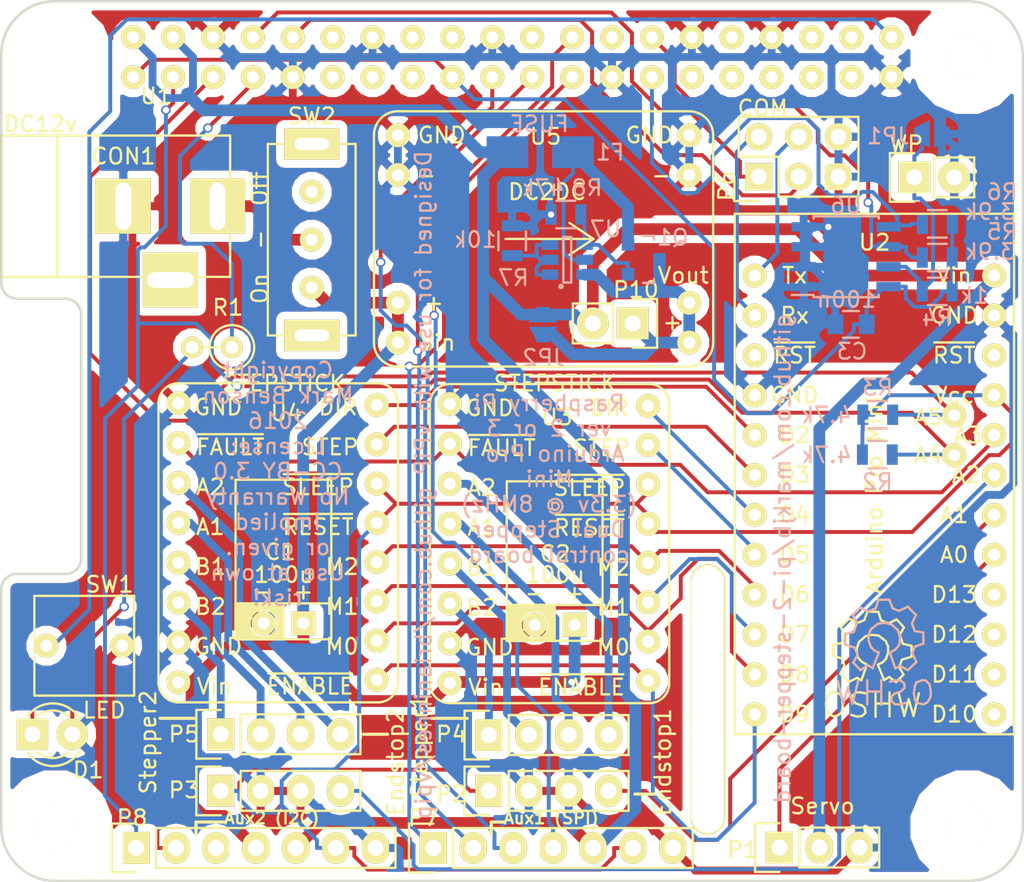
<source format=kicad_pcb>
(kicad_pcb (version 4) (host pcbnew 4.0.2-stable)
  (title_block (title "Pi 2/3 Arduino Stepper board") (date 2016-04-05) (rev v1.0) (comment 1 "Copyright Mark Benson 2016") (comment 2 "License: CC-BY 3.0"))
  (layers (0 F.Cu signal hide) (31 B.Cu signal hide) (34 B.Paste user hide) (35 F.Paste user hide) (36 B.SilkS user) (37 F.SilkS user hide) (38 B.Mask user) (39 F.Mask user) (44 Edge.Cuts user))
  (net 0 "")
  (net 1 GND)
  (net 2 +12V)
  (net 3 "Net-(CON1-Pad3)")
  (net 4 /SERVO)
  (net 5 /ESTOP1)
  (net 6 /ESTOP2)
  (net 7 "Net-(P4-Pad1)")
  (net 8 "Net-(P4-Pad2)")
  (net 9 "Net-(P4-Pad3)")
  (net 10 "Net-(P4-Pad4)")
  (net 11 "Net-(P5-Pad1)")
  (net 12 "Net-(P5-Pad2)")
  (net 13 "Net-(P5-Pad3)")
  (net 14 "Net-(P5-Pad4)")
  (net 15 /PiTx)
  (net 16 /ArdRx)
  (net 17 /PiRx)
  (net 18 /ArdTx)
  (net 19 "Net-(U1-Pad11)")
  (net 20 "Net-(U1-Pad12)")
  (net 21 "Net-(U1-Pad13)")
  (net 22 "Net-(U1-Pad15)")
  (net 23 "Net-(U1-Pad16)")
  (net 24 "Net-(U1-Pad18)")
  (net 25 "Net-(U1-Pad22)")
  (net 26 "Net-(U1-Pad29)")
  (net 27 "Net-(U1-Pad31)")
  (net 28 "Net-(U1-Pad32)")
  (net 29 "Net-(U1-Pad33)")
  (net 30 "Net-(U1-Pad35)")
  (net 31 "Net-(U1-Pad36)")
  (net 32 "Net-(U1-Pad37)")
  (net 33 "Net-(U1-Pad38)")
  (net 34 "Net-(U2-Pad3)")
  (net 35 /DIR2)
  (net 36 /STEP2)
  (net 37 /DIR1)
  (net 38 /STEP1)
  (net 39 /M2)
  (net 40 /M1)
  (net 41 /M0)
  (net 42 /ENABLE)
  (net 43 /FAULT)
  (net 44 "Net-(U2-Pad22)")
  (net 45 /3v3)
  (net 46 "Net-(CON1-Pad1)")
  (net 47 /GPIO21)
  (net 48 "Net-(SW2-Pad3)")
  (net 49 /SDA)
  (net 50 /SCL)
  (net 51 "Net-(P8-Pad3)")
  (net 52 /5v)
  (net 53 /SPI0_SCLK)
  (net 54 /SPI0_MISO)
  (net 55 /SPI0_MOSI)
  (net 56 /SPI0_CE1)
  (net 57 /SPI0_CE0)
  (net 58 /Pi3v3)
  (net 59 /ID_SD)
  (net 60 /ID_SC)
  (net 61 "Net-(U2-Pad13)")
  (net 62 "Net-(U2-Pad14)")
  (net 63 "Net-(U2-Pad15)")
  (net 64 "Net-(U2-Pad16)")
  (net 65 /Pi5v)
  (net 66 "Net-(F1-Pad1)")
  (net 67 "Net-(Q1-Pad1)")
  (net 68 "Net-(R7-Pad1)")
  (net 69 "Net-(JP1-Pad1)")
  (net 70 "Net-(D1-Pad1)")
  (net 71 /LED)
  (module Pin_Headers:Pin_Header_Straight_1x02 (layer F.Cu) (at 116.95176 64.51092 270)
    (fp_text reference P10 (at -2.14122 -0.20574 360) (layer F.SilkS))
    (fp_text value BK_FEED_BYPASS hide)
    (pad 1 thru_hole rect (at 0 0 270) (size 2.032 2.032) (drill 1.016) (layers *.Cu *.Mask F.SilkS) (net 52 /5v))
    (pad 2 thru_hole oval (at 0 2.54 270) (size 2.032 2.032) (drill 1.016) (layers *.Cu *.Mask F.SilkS) (net 65 /Pi5v))
  )
  (module custom:Solder_Jumper (layer B.Cu) (at 111.252 64.58712 90)
    (fp_text reference JP2 (at -2.10566 0.03302 180) (layer B.SilkS) (effects (justify mirror)))
    (fp_text value Jumper_NO_Small hide)
    (pad 1 smd trapezoid (at -0.635 0) (size 1.27 1) (rect_delta 0 -0.5) (layers B.Cu B.Paste B.Mask) (net 52 /5v))
    (pad 2 smd trapezoid (at 0.635 0 180) (size 1.27 1) (rect_delta 0 -0.5) (layers B.Cu B.Paste B.Mask) (net 65 /Pi5v))
  )
  (module custom:Pi_2_3_Hat_spec (layer F.Cu) (at 109.284 57.2135)
    (fp_text reference U1 (at -22.67 -7.1755) (layer F.SilkS))
    (fp_text value Pi2_3_GPIO hide)
    (pad "" np_thru_hole circle (at 28.956 39.37) (size 2.75 2.75) (drill 2.75) (layers *.Cu *.Mask F.SilkS))
    (pad "" np_thru_hole circle (at -29.083 39.37) (size 2.75 2.75) (drill 2.75) (layers *.Cu *.Mask F.SilkS))
    (pad 1 thru_hole circle (at -24.13 -8.382) (size 1.524 1.524) (drill 0.762) (layers *.Cu *.Mask F.SilkS) (net 58 /Pi3v3))
    (pad 2 thru_hole circle (at -24.13 -10.922) (size 1.524 1.524) (drill 0.762) (layers *.Cu *.Mask F.SilkS) (net 65 /Pi5v))
    (pad 3 thru_hole circle (at -21.59 -8.382) (size 1.524 1.524) (drill 0.762) (layers *.Cu *.Mask F.SilkS) (net 49 /SDA))
    (pad 4 thru_hole circle (at -21.59 -10.922) (size 1.524 1.524) (drill 0.762) (layers *.Cu *.Mask F.SilkS) (net 65 /Pi5v))
    (pad 5 thru_hole circle (at -19.05 -8.382) (size 1.524 1.524) (drill 0.762) (layers *.Cu *.Mask F.SilkS) (net 50 /SCL))
    (pad 6 thru_hole circle (at -19.05 -10.922) (size 1.524 1.524) (drill 0.762) (layers *.Cu *.Mask F.SilkS) (net 1 GND))
    (pad 7 thru_hole circle (at -16.51 -8.382) (size 1.524 1.524) (drill 0.762) (layers *.Cu *.Mask F.SilkS) (net 71 /LED))
    (pad 8 thru_hole circle (at -16.51 -10.922) (size 1.524 1.524) (drill 0.762) (layers *.Cu *.Mask F.SilkS) (net 15 /PiTx))
    (pad 9 thru_hole circle (at -13.97 -8.382) (size 1.524 1.524) (drill 0.762) (layers *.Cu *.Mask F.SilkS) (net 1 GND))
    (pad 10 thru_hole circle (at -13.97 -10.922) (size 1.524 1.524) (drill 0.762) (layers *.Cu *.Mask F.SilkS) (net 17 /PiRx))
    (pad 11 thru_hole circle (at -11.43 -8.382) (size 1.524 1.524) (drill 0.762) (layers *.Cu *.Mask F.SilkS) (net 19 "Net-(U1-Pad11)"))
    (pad 12 thru_hole circle (at -11.43 -10.922) (size 1.524 1.524) (drill 0.762) (layers *.Cu *.Mask F.SilkS) (net 20 "Net-(U1-Pad12)"))
    (pad 13 thru_hole circle (at -8.89 -8.382) (size 1.524 1.524) (drill 0.762) (layers *.Cu *.Mask F.SilkS) (net 21 "Net-(U1-Pad13)"))
    (pad 14 thru_hole circle (at -8.89 -10.922) (size 1.524 1.524) (drill 0.762) (layers *.Cu *.Mask F.SilkS) (net 1 GND))
    (pad 15 thru_hole circle (at -6.35 -8.382) (size 1.524 1.524) (drill 0.762) (layers *.Cu *.Mask F.SilkS) (net 22 "Net-(U1-Pad15)"))
    (pad 16 thru_hole circle (at -6.35 -10.922) (size 1.524 1.524) (drill 0.762) (layers *.Cu *.Mask F.SilkS) (net 23 "Net-(U1-Pad16)"))
    (pad 17 thru_hole circle (at -3.81 -8.382) (size 1.524 1.524) (drill 0.762) (layers *.Cu *.Mask F.SilkS) (net 58 /Pi3v3))
    (pad 18 thru_hole circle (at -3.81 -10.922) (size 1.524 1.524) (drill 0.762) (layers *.Cu *.Mask F.SilkS) (net 24 "Net-(U1-Pad18)"))
    (pad 19 thru_hole circle (at -1.27 -8.382) (size 1.524 1.524) (drill 0.762) (layers *.Cu *.Mask F.SilkS) (net 55 /SPI0_MOSI))
    (pad 20 thru_hole circle (at -1.27 -10.922) (size 1.524 1.524) (drill 0.762) (layers *.Cu *.Mask F.SilkS) (net 1 GND))
    (pad 21 thru_hole circle (at 1.27 -8.382) (size 1.524 1.524) (drill 0.762) (layers *.Cu *.Mask F.SilkS) (net 54 /SPI0_MISO))
    (pad 22 thru_hole circle (at 1.27 -10.922) (size 1.524 1.524) (drill 0.762) (layers *.Cu *.Mask F.SilkS) (net 25 "Net-(U1-Pad22)"))
    (pad 23 thru_hole circle (at 3.81 -8.382) (size 1.524 1.524) (drill 0.762) (layers *.Cu *.Mask F.SilkS) (net 53 /SPI0_SCLK))
    (pad 24 thru_hole circle (at 3.81 -10.922) (size 1.524 1.524) (drill 0.762) (layers *.Cu *.Mask F.SilkS) (net 57 /SPI0_CE0))
    (pad 25 thru_hole circle (at 6.35 -8.382) (size 1.524 1.524) (drill 0.762) (layers *.Cu *.Mask F.SilkS) (net 1 GND))
    (pad 26 thru_hole circle (at 6.35 -10.922) (size 1.524 1.524) (drill 0.762) (layers *.Cu *.Mask F.SilkS) (net 56 /SPI0_CE1))
    (pad 27 thru_hole circle (at 8.89 -8.382) (size 1.524 1.524) (drill 0.762) (layers *.Cu *.Mask F.SilkS) (net 59 /ID_SD))
    (pad 28 thru_hole circle (at 8.89 -10.922) (size 1.524 1.524) (drill 0.762) (layers *.Cu *.Mask F.SilkS) (net 60 /ID_SC))
    (pad 29 thru_hole circle (at 11.43 -8.382) (size 1.524 1.524) (drill 0.762) (layers *.Cu *.Mask F.SilkS) (net 26 "Net-(U1-Pad29)"))
    (pad 30 thru_hole circle (at 11.43 -10.922) (size 1.524 1.524) (drill 0.762) (layers *.Cu *.Mask F.SilkS) (net 1 GND))
    (pad 31 thru_hole circle (at 13.97 -8.382) (size 1.524 1.524) (drill 0.762) (layers *.Cu *.Mask F.SilkS) (net 27 "Net-(U1-Pad31)"))
    (pad 32 thru_hole circle (at 13.97 -10.922) (size 1.524 1.524) (drill 0.762) (layers *.Cu *.Mask F.SilkS) (net 28 "Net-(U1-Pad32)"))
    (pad 33 thru_hole circle (at 16.51 -8.382) (size 1.524 1.524) (drill 0.762) (layers *.Cu *.Mask F.SilkS) (net 29 "Net-(U1-Pad33)"))
    (pad 34 thru_hole circle (at 16.51 -10.922) (size 1.524 1.524) (drill 0.762) (layers *.Cu *.Mask F.SilkS) (net 1 GND))
    (pad 35 thru_hole circle (at 19.05 -8.382) (size 1.524 1.524) (drill 0.762) (layers *.Cu *.Mask F.SilkS) (net 30 "Net-(U1-Pad35)"))
    (pad 36 thru_hole circle (at 19.05 -10.922) (size 1.524 1.524) (drill 0.762) (layers *.Cu *.Mask F.SilkS) (net 31 "Net-(U1-Pad36)"))
    (pad 37 thru_hole circle (at 21.59 -8.382) (size 1.524 1.524) (drill 0.762) (layers *.Cu *.Mask F.SilkS) (net 32 "Net-(U1-Pad37)"))
    (pad 38 thru_hole circle (at 21.59 -10.922) (size 1.524 1.524) (drill 0.762) (layers *.Cu *.Mask F.SilkS) (net 33 "Net-(U1-Pad38)"))
    (pad 39 thru_hole circle (at 24.13 -8.382) (size 1.524 1.524) (drill 0.762) (layers *.Cu *.Mask F.SilkS) (net 1 GND))
    (pad 40 thru_hole circle (at 24.13 -10.922) (size 1.524 1.524) (drill 0.762) (layers *.Cu *.Mask F.SilkS) (net 47 /GPIO21))
    (pad "" np_thru_hole circle (at -29.083 -9.652) (size 2.75 2.75) (drill 2.75) (layers *.Cu *.Mask))
    (pad "" np_thru_hole circle (at 28.956 -9.652) (size 2.75 2.75) (drill 2.75) (layers *.Cu *.Mask F.SilkS))
    (pad "" np_thru_hole oval (at 12.446 31.242) (size 2.2 17.2) (drill oval 2 17) (layers *.Cu *.Mask F.SilkS))
  )
  (module custom:DSUN_DC2DC (layer F.Cu) (at 111.404 59.1312)
    (fp_text reference U5 (at 0.0004 -6.52272) (layer F.SilkS))
    (fp_text value DC2DC (at 0.102 -2.9972) (layer F.SilkS))
    (fp_text user - (at -7.62 -4.064) (layer F.SilkS))
    (fp_text user - (at 7.366 -4.064) (layer F.SilkS))
    (fp_text user + (at 8.0776 5.2959) (layer F.SilkS))
    (fp_text user + (at -7.112 4.064) (layer F.SilkS))
    (fp_text user Vout (at 8.7634 2.3241) (layer F.SilkS))
    (fp_text user Vin (at -6.858 6.604) (layer F.SilkS))
    (fp_text user GND (at 6.604 -6.604) (layer F.SilkS))
    (fp_text user GND (at -6.604 -6.604) (layer F.SilkS))
    (pad 1 thru_hole circle (at -9.398 -6.604) (size 1.524 1.524) (drill 0.762) (layers *.Cu *.Mask F.SilkS) (net 1 GND))
    (pad 2 thru_hole circle (at -9.398 -4.064) (size 1.524 1.524) (drill 0.762) (layers *.Cu *.Mask F.SilkS) (net 1 GND))
    (pad 3 thru_hole circle (at -9.398 4.064) (size 1.524 1.524) (drill 0.762) (layers *.Cu *.Mask F.SilkS) (net 2 +12V))
    (pad 4 thru_hole circle (at -9.398 6.604) (size 1.524 1.524) (drill 0.762) (layers *.Cu *.Mask F.SilkS) (net 2 +12V))
    (pad 8 thru_hole circle (at 9.144 -6.604) (size 1.524 1.524) (drill 0.762) (layers *.Cu *.Mask F.SilkS) (net 1 GND))
    (pad 7 thru_hole circle (at 9.144 -4.064) (size 1.524 1.524) (drill 0.762) (layers *.Cu *.Mask F.SilkS) (net 1 GND))
    (pad 6 thru_hole circle (at 9.144 4.064) (size 1.524 1.524) (drill 0.762) (layers *.Cu *.Mask F.SilkS) (net 52 /5v))
    (pad 5 thru_hole circle (at 9.144 6.604) (size 1.524 1.524) (drill 0.762) (layers *.Cu *.Mask F.SilkS) (net 52 /5v))
  )
  (module custom:BARREL_JACK (layer F.Cu) (at 84.328 57.0484)
    (fp_text reference CON1 (at 0.21844 -3.18008 180) (layer F.SilkS))
    (fp_text value DC12v (at -5.08 -5.2324) (layer F.SilkS))
    (pad 1 thru_hole rect (at 6.20014 0) (size 3.50012 3.50012) (drill oval 1.00076 2.99974) (layers *.Cu *.Mask F.SilkS) (net 46 "Net-(CON1-Pad1)"))
    (pad 2 thru_hole rect (at 0.20066 0) (size 3.50012 3.50012) (drill oval 1.00076 2.99974) (layers *.Cu *.Mask F.SilkS) (net 1 GND))
    (pad 3 thru_hole rect (at 3.2004 4.699) (size 3.50012 3.50012) (drill oval 2.99974 1.00076) (layers *.Cu *.Mask F.SilkS) (net 3 "Net-(CON1-Pad3)"))
  )
  (module Pin_Headers:Pin_Header_Straight_1x03 (layer F.Cu) (at 126.289 97.8916 90)
    (fp_text reference P1 (at -0.1524 -2.337 180) (layer F.SilkS))
    (fp_text value Servo (at 2.6416 2.743 180) (layer F.SilkS))
    (pad 1 thru_hole rect (at 0 0 90) (size 2.032 1.7272) (drill 1.016) (layers *.Cu *.Mask F.SilkS) (net 4 /SERVO))
    (pad 2 thru_hole oval (at 0 2.54 90) (size 2.032 1.7272) (drill 1.016) (layers *.Cu *.Mask F.SilkS) (net 65 /Pi5v))
    (pad 3 thru_hole oval (at 0 5.08 90) (size 2.032 1.7272) (drill 1.016) (layers *.Cu *.Mask F.SilkS) (net 1 GND))
  )
  (module Pin_Headers:Pin_Header_Straight_1x04 (layer F.Cu) (at 107.798 94.2848 90)
    (fp_text reference P2 (at -0.2032 -2.388 180) (layer F.SilkS))
    (fp_text value Endstop1 (at 1.8288 11.074 90) (layer F.SilkS))
    (pad 1 thru_hole rect (at 0 0 90) (size 2.032 1.7272) (drill 1.016) (layers *.Cu *.Mask F.SilkS) (net 45 /3v3))
    (pad 2 thru_hole oval (at 0 2.54 90) (size 2.032 1.7272) (drill 1.016) (layers *.Cu *.Mask F.SilkS) (net 1 GND))
    (pad 3 thru_hole oval (at 0 5.08 90) (size 2.032 1.7272) (drill 1.016) (layers *.Cu *.Mask F.SilkS) (net 1 GND))
    (pad 4 thru_hole oval (at 0 7.62 90) (size 2.032 1.7272) (drill 1.016) (layers *.Cu *.Mask F.SilkS) (net 5 /ESTOP1))
  )
  (module Pin_Headers:Pin_Header_Straight_1x04 (layer F.Cu) (at 90.7288 94.2848 90)
    (fp_text reference P3 (at 0.0508 -2.3368 180) (layer F.SilkS))
    (fp_text value Endstop2 (at 1.8288 11.1252 90) (layer F.SilkS))
    (pad 1 thru_hole rect (at 0 0 90) (size 2.032 1.7272) (drill 1.016) (layers *.Cu *.Mask F.SilkS) (net 45 /3v3))
    (pad 2 thru_hole oval (at 0 2.54 90) (size 2.032 1.7272) (drill 1.016) (layers *.Cu *.Mask F.SilkS) (net 1 GND))
    (pad 3 thru_hole oval (at 0 5.08 90) (size 2.032 1.7272) (drill 1.016) (layers *.Cu *.Mask F.SilkS) (net 1 GND))
    (pad 4 thru_hole oval (at 0 7.62 90) (size 2.032 1.7272) (drill 1.016) (layers *.Cu *.Mask F.SilkS) (net 6 /ESTOP2))
  )
  (module Pin_Headers:Pin_Header_Straight_1x04 (layer F.Cu) (at 107.798 90.7288 90)
    (fp_text reference P4 (at 0.0508 -2.388 180) (layer F.SilkS))
    (fp_text value Stepper1 (at -0.7112 -4.42 90) (layer F.SilkS))
    (pad 1 thru_hole rect (at 0 0 90) (size 2.032 1.7272) (drill 1.016) (layers *.Cu *.Mask F.SilkS) (net 7 "Net-(P4-Pad1)"))
    (pad 2 thru_hole oval (at 0 2.54 90) (size 2.032 1.7272) (drill 1.016) (layers *.Cu *.Mask F.SilkS) (net 8 "Net-(P4-Pad2)"))
    (pad 3 thru_hole oval (at 0 5.08 90) (size 2.032 1.7272) (drill 1.016) (layers *.Cu *.Mask F.SilkS) (net 9 "Net-(P4-Pad3)"))
    (pad 4 thru_hole oval (at 0 7.62 90) (size 2.032 1.7272) (drill 1.016) (layers *.Cu *.Mask F.SilkS) (net 10 "Net-(P4-Pad4)"))
  )
  (module Pin_Headers:Pin_Header_Straight_1x04 (layer F.Cu) (at 90.7288 90.678 90)
    (fp_text reference P5 (at 0 -2.3368 180) (layer F.SilkS))
    (fp_text value Stepper2 (at -0.508 -4.6228 90) (layer F.SilkS))
    (pad 1 thru_hole rect (at 0 0 90) (size 2.032 1.7272) (drill 1.016) (layers *.Cu *.Mask F.SilkS) (net 11 "Net-(P5-Pad1)"))
    (pad 2 thru_hole oval (at 0 2.54 90) (size 2.032 1.7272) (drill 1.016) (layers *.Cu *.Mask F.SilkS) (net 12 "Net-(P5-Pad2)"))
    (pad 3 thru_hole oval (at 0 5.08 90) (size 2.032 1.7272) (drill 1.016) (layers *.Cu *.Mask F.SilkS) (net 13 "Net-(P5-Pad3)"))
    (pad 4 thru_hole oval (at 0 7.62 90) (size 2.032 1.7272) (drill 1.016) (layers *.Cu *.Mask F.SilkS) (net 14 "Net-(P5-Pad4)"))
  )
  (module Pin_Headers:Pin_Header_Straight_2x03 (layer F.Cu) (at 124.968 55.1688 90)
    (fp_text reference P6 (at -0.5842 -2.032 270) (layer F.SilkS))
    (fp_text value COM (at 4.3688 0.254 180) (layer F.SilkS))
    (pad 1 thru_hole rect (at 0 0 90) (size 1.7272 1.7272) (drill 1.016) (layers *.Cu *.Mask F.SilkS) (net 15 /PiTx))
    (pad 2 thru_hole oval (at 2.54 0 90) (size 1.7272 1.7272) (drill 1.016) (layers *.Cu *.Mask F.SilkS) (net 16 /ArdRx))
    (pad 3 thru_hole oval (at 0 2.54 90) (size 1.7272 1.7272) (drill 1.016) (layers *.Cu *.Mask F.SilkS) (net 17 /PiRx))
    (pad 4 thru_hole oval (at 2.54 2.54 90) (size 1.7272 1.7272) (drill 1.016) (layers *.Cu *.Mask F.SilkS) (net 18 /ArdTx))
    (pad 5 thru_hole oval (at 0 5.08 90) (size 1.7272 1.7272) (drill 1.016) (layers *.Cu *.Mask F.SilkS) (net 1 GND))
    (pad 6 thru_hole oval (at 2.54 5.08 90) (size 1.7272 1.7272) (drill 1.016) (layers *.Cu *.Mask F.SilkS) (net 1 GND))
  )
  (module Pin_Headers:Pin_Header_Straight_1x07 (layer F.Cu) (at 85.344 97.917 90)
    (fp_text reference P8 (at 1.905 -0.254 180) (layer F.SilkS))
    (fp_text value "Aux2 (I2C)" (at 1.905 8.636 180) (layer F.SilkS) (effects (font (size 0.75 0.75))))
    (pad 1 thru_hole rect (at 0 0 90) (size 2.032 1.7272) (drill 1.016) (layers *.Cu *.Mask F.SilkS) (net 49 /SDA))
    (pad 2 thru_hole oval (at 0 2.54 90) (size 2.032 1.7272) (drill 1.016) (layers *.Cu *.Mask F.SilkS) (net 50 /SCL))
    (pad 3 thru_hole oval (at 0 5.08 90) (size 2.032 1.7272) (drill 1.016) (layers *.Cu *.Mask F.SilkS) (net 51 "Net-(P8-Pad3)"))
    (pad 4 thru_hole oval (at 0 7.62 90) (size 2.032 1.7272) (drill 1.016) (layers *.Cu *.Mask F.SilkS) (net 2 +12V))
    (pad 5 thru_hole oval (at 0 10.16 90) (size 2.032 1.7272) (drill 1.016) (layers *.Cu *.Mask F.SilkS) (net 65 /Pi5v))
    (pad 6 thru_hole oval (at 0 12.7 90) (size 2.032 1.7272) (drill 1.016) (layers *.Cu *.Mask F.SilkS) (net 45 /3v3))
    (pad 7 thru_hole oval (at 0 15.24 90) (size 2.032 1.7272) (drill 1.016) (layers *.Cu *.Mask F.SilkS) (net 1 GND))
  )
  (module custom:SlideSw (layer F.Cu) (at 96.52 59.182 90)
    (fp_text reference SW2 (at 7.874 0 180) (layer F.SilkS))
    (fp_text value "On  -  Off" (at 0.127 -3.302 90) (layer F.SilkS))
    (pad 5 thru_hole rect (at 6.096 0 90) (size 2 3.5) (drill oval 0.762 2.2) (layers *.Cu *.Mask F.SilkS))
    (pad 2 thru_hole circle (at 0 0 90) (size 1.524 1.524) (drill 0.762) (layers *.Cu *.Mask F.SilkS) (net 46 "Net-(CON1-Pad1)"))
    (pad 3 thru_hole circle (at 3.048 0 90) (size 1.524 1.524) (drill 0.762) (layers *.Cu *.Mask F.SilkS) (net 48 "Net-(SW2-Pad3)"))
    (pad 1 thru_hole circle (at -3.048 0 90) (size 1.524 1.524) (drill 0.762) (layers *.Cu *.Mask F.SilkS) (net 2 +12V))
    (pad 4 thru_hole rect (at -6.096 0 90) (size 2 3.5) (drill oval 0.762 2.2) (layers *.Cu *.Mask F.SilkS))
  )
  (module custom:Arduino_Pro_Mini (layer F.Cu) (at 132.334 75.438)
    (fp_text reference U2 (at 0.01016 -16.08328) (layer F.SilkS))
    (fp_text value Arduino_Pro_Mini_3v3_8MHz hide)
    (fp_text user A5 (at 3.429 -4.953) (layer F.SilkS))
    (fp_text user A4 (at 3.429 -2.54) (layer F.SilkS))
    (fp_text user "Arduino Pro Mini" (at 0 0 90) (layer F.SilkS))
    (fp_text user Vin (at 5.08 -13.97) (layer F.SilkS))
    (fp_text user GND (at 5.08 -11.43) (layer F.SilkS))
    (fp_text user ~RST (at 5.08 -8.89) (layer F.SilkS))
    (fp_text user Vcc (at 5.08 -6.35) (layer F.SilkS))
    (fp_text user A3 (at 5.969 -3.81) (layer F.SilkS))
    (fp_text user A2 (at 5.842 -1.27) (layer F.SilkS))
    (fp_text user A1 (at 5.08 1.27) (layer F.SilkS))
    (fp_text user A0 (at 5.08 3.81) (layer F.SilkS))
    (fp_text user D13 (at 5.08 6.35) (layer F.SilkS))
    (fp_text user D12 (at 5.08 8.89) (layer F.SilkS))
    (fp_text user D11 (at 5.08 11.43) (layer F.SilkS))
    (fp_text user D10 (at 5.08 13.97) (layer F.SilkS))
    (fp_text user D9 (at -5.08 13.97) (layer F.SilkS))
    (fp_text user D8 (at -5.08 11.43) (layer F.SilkS))
    (fp_text user D7 (at -5.08 8.89) (layer F.SilkS))
    (fp_text user D6 (at -5.08 6.35) (layer F.SilkS))
    (fp_text user D5 (at -5.08 3.81) (layer F.SilkS))
    (fp_text user D4 (at -5.08 1.27) (layer F.SilkS))
    (fp_text user D3 (at -5.08 -1.27) (layer F.SilkS))
    (fp_text user D2 (at -5.08 -3.81) (layer F.SilkS))
    (fp_text user GND (at -5.08 -6.35) (layer F.SilkS))
    (fp_text user ~RST (at -5.08 -8.89) (layer F.SilkS))
    (fp_text user Rx (at -5.08 -11.43) (layer F.SilkS))
    (fp_text user Tx (at -5.08 -13.97) (layer F.SilkS))
    (pad 1 thru_hole circle (at -7.62 -13.97) (size 1.524 1.524) (drill 0.762) (layers *.Cu *.Mask F.SilkS) (net 18 /ArdTx))
    (pad 2 thru_hole circle (at -7.62 -11.43) (size 1.524 1.524) (drill 0.762) (layers *.Cu *.Mask F.SilkS) (net 16 /ArdRx))
    (pad 3 thru_hole circle (at -7.62 -8.89) (size 1.524 1.524) (drill 0.762) (layers *.Cu *.Mask F.SilkS) (net 34 "Net-(U2-Pad3)"))
    (pad 4 thru_hole circle (at -7.62 -6.35) (size 1.524 1.524) (drill 0.762) (layers *.Cu *.Mask F.SilkS) (net 1 GND))
    (pad 5 thru_hole circle (at -7.62 -3.81) (size 1.524 1.524) (drill 0.762) (layers *.Cu *.Mask F.SilkS) (net 35 /DIR2))
    (pad 6 thru_hole circle (at -7.62 -1.27) (size 1.524 1.524) (drill 0.762) (layers *.Cu *.Mask F.SilkS) (net 36 /STEP2))
    (pad 7 thru_hole circle (at -7.62 1.27) (size 1.524 1.524) (drill 0.762) (layers *.Cu *.Mask F.SilkS) (net 37 /DIR1))
    (pad 8 thru_hole circle (at -7.62 3.81) (size 1.524 1.524) (drill 0.762) (layers *.Cu *.Mask F.SilkS) (net 38 /STEP1))
    (pad 9 thru_hole circle (at -7.62 6.35) (size 1.524 1.524) (drill 0.762) (layers *.Cu *.Mask F.SilkS) (net 39 /M2))
    (pad 10 thru_hole circle (at -7.62 8.89) (size 1.524 1.524) (drill 0.762) (layers *.Cu *.Mask F.SilkS) (net 40 /M1))
    (pad 11 thru_hole circle (at -7.62 11.43) (size 1.524 1.524) (drill 0.762) (layers *.Cu *.Mask F.SilkS) (net 41 /M0))
    (pad 12 thru_hole circle (at -7.62 13.97) (size 1.524 1.524) (drill 0.762) (layers *.Cu *.Mask F.SilkS) (net 42 /ENABLE))
    (pad 13 thru_hole circle (at 7.62 13.97) (size 1.524 1.524) (drill 0.762) (layers *.Cu *.Mask F.SilkS) (net 61 "Net-(U2-Pad13)"))
    (pad 14 thru_hole circle (at 7.62 11.43) (size 1.524 1.524) (drill 0.762) (layers *.Cu *.Mask F.SilkS) (net 62 "Net-(U2-Pad14)"))
    (pad 15 thru_hole circle (at 7.62 8.89) (size 1.524 1.524) (drill 0.762) (layers *.Cu *.Mask F.SilkS) (net 63 "Net-(U2-Pad15)"))
    (pad 16 thru_hole circle (at 7.62 6.35) (size 1.524 1.524) (drill 0.762) (layers *.Cu *.Mask F.SilkS) (net 64 "Net-(U2-Pad16)"))
    (pad 17 thru_hole circle (at 7.62 3.81) (size 1.524 1.524) (drill 0.762) (layers *.Cu *.Mask F.SilkS) (net 4 /SERVO))
    (pad 18 thru_hole circle (at 7.62 1.27) (size 1.524 1.524) (drill 0.762) (layers *.Cu *.Mask F.SilkS) (net 5 /ESTOP1))
    (pad 19 thru_hole circle (at 7.62 -1.27) (size 1.524 1.524) (drill 0.762) (layers *.Cu *.Mask F.SilkS) (net 6 /ESTOP2))
    (pad 20 thru_hole circle (at 7.62 -3.81) (size 1.524 1.524) (drill 0.762) (layers *.Cu *.Mask F.SilkS) (net 43 /FAULT))
    (pad 21 thru_hole circle (at 7.62 -6.35) (size 1.524 1.524) (drill 0.762) (layers *.Cu *.Mask F.SilkS) (net 45 /3v3))
    (pad 22 thru_hole circle (at 7.62 -8.89) (size 1.524 1.524) (drill 0.762) (layers *.Cu *.Mask F.SilkS) (net 44 "Net-(U2-Pad22)"))
    (pad 23 thru_hole circle (at 7.62 -11.43) (size 1.524 1.524) (drill 0.762) (layers *.Cu *.Mask F.SilkS) (net 1 GND))
    (pad 24 thru_hole circle (at 7.62 -13.97) (size 1.524 1.524) (drill 0.762) (layers *.Cu *.Mask F.SilkS) (net 65 /Pi5v))
    (pad 25 thru_hole circle (at 5.08 -2.54) (size 1.524 1.524) (drill 0.762) (layers *.Cu *.Mask F.SilkS) (net 49 /SDA))
    (pad 26 thru_hole circle (at 5.08 -5.08) (size 1.524 1.524) (drill 0.762) (layers *.Cu *.Mask F.SilkS) (net 50 /SCL))
  )
  (module custom:Stepstick (layer F.Cu) (at 112.166 77.2668)
    (fp_text reference U3 (at -0.0377 -6.7818) (layer F.SilkS))
    (fp_text value STEPSTICK (at -0.152 -8.9408) (layer F.SilkS))
    (fp_text user DIR (at 3.302 -7.366) (layer F.SilkS))
    (fp_text user STEP (at 2.794 -4.826) (layer F.SilkS))
    (fp_text user ~SLEEP (at 2.032 -2.286) (layer F.SilkS))
    (fp_text user ~RESET (at 2.032 0.254) (layer F.SilkS))
    (fp_text user M2 (at 3.556 2.794) (layer F.SilkS))
    (fp_text user M1 (at 3.556 5.334) (layer F.SilkS))
    (fp_text user M0 (at 3.556 7.874) (layer F.SilkS))
    (fp_text user ~ENABLE (at 1.524 10.414) (layer F.SilkS))
    (fp_text user Vin (at -4.572 10.414) (layer F.SilkS))
    (fp_text user GND (at -4.318 7.874) (layer F.SilkS))
    (fp_text user B2 (at -4.826 5.334) (layer F.SilkS))
    (fp_text user B1 (at -4.826 2.794) (layer F.SilkS))
    (fp_text user A1 (at -4.826 0.254) (layer F.SilkS))
    (fp_text user A2 (at -4.826 -2.286) (layer F.SilkS))
    (fp_text user ~FAULT (at -3.556 -4.826) (layer F.SilkS))
    (fp_text user GND (at -4.318 -7.366) (layer F.SilkS))
    (pad 1 thru_hole circle (at -6.858 -7.62) (size 1.524 1.524) (drill 0.762) (layers *.Cu *.Mask F.SilkS) (net 1 GND))
    (pad 2 thru_hole circle (at -6.858 -5.08) (size 1.524 1.524) (drill 0.762) (layers *.Cu *.Mask F.SilkS) (net 43 /FAULT))
    (pad 3 thru_hole circle (at -6.858 -2.54) (size 1.524 1.524) (drill 0.762) (layers *.Cu *.Mask F.SilkS) (net 10 "Net-(P4-Pad4)"))
    (pad 4 thru_hole circle (at -6.858 0) (size 1.524 1.524) (drill 0.762) (layers *.Cu *.Mask F.SilkS) (net 9 "Net-(P4-Pad3)"))
    (pad 5 thru_hole circle (at -6.858 2.54) (size 1.524 1.524) (drill 0.762) (layers *.Cu *.Mask F.SilkS) (net 8 "Net-(P4-Pad2)"))
    (pad 6 thru_hole circle (at -6.858 5.08) (size 1.524 1.524) (drill 0.762) (layers *.Cu *.Mask F.SilkS) (net 7 "Net-(P4-Pad1)"))
    (pad 7 thru_hole circle (at -6.858 7.62) (size 1.524 1.524) (drill 0.762) (layers *.Cu *.Mask F.SilkS) (net 1 GND))
    (pad 8 thru_hole circle (at -6.858 10.16) (size 1.524 1.524) (drill 0.762) (layers *.Cu *.Mask F.SilkS) (net 2 +12V))
    (pad 9 thru_hole circle (at 5.762 10) (size 1.524 1.524) (drill 0.762) (layers *.Cu *.Mask F.SilkS) (net 42 /ENABLE))
    (pad 10 thru_hole circle (at 5.762 7.5) (size 1.524 1.524) (drill 0.762) (layers *.Cu *.Mask F.SilkS) (net 41 /M0))
    (pad 11 thru_hole circle (at 5.762 5) (size 1.524 1.524) (drill 0.762) (layers *.Cu *.Mask F.SilkS) (net 40 /M1))
    (pad 12 thru_hole circle (at 5.762 2.5) (size 1.524 1.524) (drill 0.762) (layers *.Cu *.Mask F.SilkS) (net 39 /M2))
    (pad 13 thru_hole circle (at 5.762 0) (size 1.524 1.524) (drill 0.762) (layers *.Cu *.Mask F.SilkS) (net 45 /3v3))
    (pad 14 thru_hole circle (at 5.762 -2.5) (size 1.524 1.524) (drill 0.762) (layers *.Cu *.Mask F.SilkS) (net 45 /3v3))
    (pad 15 thru_hole circle (at 5.762 -5) (size 1.524 1.524) (drill 0.762) (layers *.Cu *.Mask F.SilkS) (net 38 /STEP1))
    (pad 16 thru_hole circle (at 5.762 -7.5) (size 1.524 1.524) (drill 0.762) (layers *.Cu *.Mask F.SilkS) (net 37 /DIR1))
  )
  (module custom:Stepstick (layer F.Cu) (at 94.8944 77.216)
    (fp_text reference U4 (at 0.0127 -6.9977) (layer F.SilkS))
    (fp_text value STEPSTICK (at -0.1524 -8.89) (layer F.SilkS))
    (fp_text user DIR (at 3.302 -7.366) (layer F.SilkS))
    (fp_text user STEP (at 2.794 -4.826) (layer F.SilkS))
    (fp_text user ~SLEEP (at 2.032 -2.286) (layer F.SilkS))
    (fp_text user ~RESET (at 2.032 0.254) (layer F.SilkS))
    (fp_text user M2 (at 3.556 2.794) (layer F.SilkS))
    (fp_text user M1 (at 3.556 5.334) (layer F.SilkS))
    (fp_text user M0 (at 3.556 7.874) (layer F.SilkS))
    (fp_text user ~ENABLE (at 1.524 10.414) (layer F.SilkS))
    (fp_text user Vin (at -4.572 10.414) (layer F.SilkS))
    (fp_text user GND (at -4.318 7.874) (layer F.SilkS))
    (fp_text user B2 (at -4.826 5.334) (layer F.SilkS))
    (fp_text user B1 (at -4.826 2.794) (layer F.SilkS))
    (fp_text user A1 (at -4.826 0.254) (layer F.SilkS))
    (fp_text user A2 (at -4.826 -2.286) (layer F.SilkS))
    (fp_text user ~FAULT (at -3.556 -4.826) (layer F.SilkS))
    (fp_text user GND (at -4.318 -7.366) (layer F.SilkS))
    (pad 1 thru_hole circle (at -6.858 -7.62) (size 1.524 1.524) (drill 0.762) (layers *.Cu *.Mask F.SilkS) (net 1 GND))
    (pad 2 thru_hole circle (at -6.858 -5.08) (size 1.524 1.524) (drill 0.762) (layers *.Cu *.Mask F.SilkS) (net 43 /FAULT))
    (pad 3 thru_hole circle (at -6.858 -2.54) (size 1.524 1.524) (drill 0.762) (layers *.Cu *.Mask F.SilkS) (net 14 "Net-(P5-Pad4)"))
    (pad 4 thru_hole circle (at -6.858 0) (size 1.524 1.524) (drill 0.762) (layers *.Cu *.Mask F.SilkS) (net 13 "Net-(P5-Pad3)"))
    (pad 5 thru_hole circle (at -6.858 2.54) (size 1.524 1.524) (drill 0.762) (layers *.Cu *.Mask F.SilkS) (net 12 "Net-(P5-Pad2)"))
    (pad 6 thru_hole circle (at -6.858 5.08) (size 1.524 1.524) (drill 0.762) (layers *.Cu *.Mask F.SilkS) (net 11 "Net-(P5-Pad1)"))
    (pad 7 thru_hole circle (at -6.858 7.62) (size 1.524 1.524) (drill 0.762) (layers *.Cu *.Mask F.SilkS) (net 1 GND))
    (pad 8 thru_hole circle (at -6.858 10.16) (size 1.524 1.524) (drill 0.762) (layers *.Cu *.Mask F.SilkS) (net 2 +12V))
    (pad 9 thru_hole circle (at 5.762 10) (size 1.524 1.524) (drill 0.762) (layers *.Cu *.Mask F.SilkS) (net 42 /ENABLE))
    (pad 10 thru_hole circle (at 5.762 7.5) (size 1.524 1.524) (drill 0.762) (layers *.Cu *.Mask F.SilkS) (net 41 /M0))
    (pad 11 thru_hole circle (at 5.762 5) (size 1.524 1.524) (drill 0.762) (layers *.Cu *.Mask F.SilkS) (net 40 /M1))
    (pad 12 thru_hole circle (at 5.762 2.5) (size 1.524 1.524) (drill 0.762) (layers *.Cu *.Mask F.SilkS) (net 39 /M2))
    (pad 13 thru_hole circle (at 5.762 0) (size 1.524 1.524) (drill 0.762) (layers *.Cu *.Mask F.SilkS) (net 45 /3v3))
    (pad 14 thru_hole circle (at 5.762 -2.5) (size 1.524 1.524) (drill 0.762) (layers *.Cu *.Mask F.SilkS) (net 45 /3v3))
    (pad 15 thru_hole circle (at 5.762 -5) (size 1.524 1.524) (drill 0.762) (layers *.Cu *.Mask F.SilkS) (net 36 /STEP2))
    (pad 16 thru_hole circle (at 5.762 -7.5) (size 1.524 1.524) (drill 0.762) (layers *.Cu *.Mask F.SilkS) (net 35 /DIR2))
  )
  (module custom:TactSw (layer F.Cu) (at 82.042 85.0392)
    (fp_text reference SW1 (at 1.61036 -3.90144) (layer F.SilkS))
    (fp_text value SW_PUSH hide)
    (pad 2 thru_hole circle (at 2.413 0) (size 1.524 1.524) (drill 0.762) (layers *.Cu *.Mask F.SilkS) (net 1 GND))
    (pad 1 thru_hole circle (at -2.413 0) (size 1.524 1.524) (drill 0.762) (layers *.Cu *.Mask F.SilkS) (net 47 /GPIO21))
  )
  (module Pin_Headers:Pin_Header_Straight_1x02 (layer F.Cu) (at 134.874 55.2145 90)
    (fp_text reference P9 (at 0 -5.1 90) (layer F.SilkS))
    (fp_text value WP (at 2.1285 -0.508 180) (layer F.SilkS))
    (pad 1 thru_hole rect (at 0 0 90) (size 2.032 2.032) (drill 1.016) (layers *.Cu *.Mask F.SilkS) (net 69 "Net-(JP1-Pad1)"))
    (pad 2 thru_hole oval (at 0 2.54 90) (size 2.032 2.032) (drill 1.016) (layers *.Cu *.Mask F.SilkS) (net 1 GND))
  )
  (module Resistors_SMD:R_0805 (layer B.Cu) (at 136.337 62.4738 180)
    (fp_text reference R4 (at 0.0152 -1.6866 180) (layer B.SilkS) (effects (justify mirror)))
    (fp_text value 1k (at -2.347 -0.2642 180) (layer B.SilkS) (effects (justify mirror)))
    (pad 1 smd rect (at -0.95 0 180) (size 0.7 1.3) (layers B.Cu B.Paste B.Mask) (net 58 /Pi3v3))
    (pad 2 smd rect (at 0.95 0 180) (size 0.7 1.3) (layers B.Cu B.Paste B.Mask) (net 69 "Net-(JP1-Pad1)"))
  )
  (module Resistors_SMD:R_0805 (layer B.Cu) (at 136.337 60.3199 180)
    (fp_text reference R5 (at -4.125 1.6459 180) (layer B.SilkS) (effects (justify mirror)))
    (fp_text value 3.9k (at -3.363 0.3759 180) (layer B.SilkS) (effects (justify mirror)))
    (pad 1 smd rect (at -0.95 0 180) (size 0.7 1.3) (layers B.Cu B.Paste B.Mask) (net 58 /Pi3v3))
    (pad 2 smd rect (at 0.95 0 180) (size 0.7 1.3) (layers B.Cu B.Paste B.Mask) (net 60 /ID_SC))
  )
  (module Resistors_SMD:R_0805 (layer B.Cu) (at 136.337 58.1711 180)
    (fp_text reference R6 (at -4.125 2.0371 180) (layer B.SilkS) (effects (justify mirror)))
    (fp_text value 3.9k (at -3.363 0.7671 180) (layer B.SilkS) (effects (justify mirror)))
    (pad 1 smd rect (at -0.95 0 180) (size 0.7 1.3) (layers B.Cu B.Paste B.Mask) (net 58 /Pi3v3))
    (pad 2 smd rect (at 0.95 0 180) (size 0.7 1.3) (layers B.Cu B.Paste B.Mask) (net 59 /ID_SD))
  )
  (module Housings_SOIC:SOIC-8_3.9x4.9mm_Pitch1.27mm (layer B.Cu) (at 130.536 60.2691)
    (fp_text reference U6 (at -0.0054 -3.2715) (layer B.SilkS) (effects (justify mirror)))
    (fp_text value CAT24C32 hide)
    (pad 1 smd rect (at -2.7 1.905) (size 1.55 0.6) (layers B.Cu B.Paste B.Mask) (net 1 GND))
    (pad 2 smd rect (at -2.7 0.635) (size 1.55 0.6) (layers B.Cu B.Paste B.Mask) (net 1 GND))
    (pad 3 smd rect (at -2.7 -0.635) (size 1.55 0.6) (layers B.Cu B.Paste B.Mask) (net 1 GND))
    (pad 4 smd rect (at -2.7 -1.905) (size 1.55 0.6) (layers B.Cu B.Paste B.Mask) (net 1 GND))
    (pad 5 smd rect (at 2.7 -1.905) (size 1.55 0.6) (layers B.Cu B.Paste B.Mask) (net 59 /ID_SD))
    (pad 6 smd rect (at 2.7 -0.635) (size 1.55 0.6) (layers B.Cu B.Paste B.Mask) (net 60 /ID_SC))
    (pad 7 smd rect (at 2.7 0.635) (size 1.55 0.6) (layers B.Cu B.Paste B.Mask) (net 69 "Net-(JP1-Pad1)"))
    (pad 8 smd rect (at 2.7 1.905) (size 1.55 0.6) (layers B.Cu B.Paste B.Mask) (net 58 /Pi3v3))
  )
  (module Pin_Headers:Pin_Header_Straight_1x07 (layer F.Cu) (at 104.262 97.9221 90)
    (fp_text reference P7 (at 1.9101 -0.63 180) (layer F.SilkS))
    (fp_text value "Aux1 (SPI)" (at 1.9101 7.498 180) (layer F.SilkS) (effects (font (size 0.75 0.75))))
    (pad 1 thru_hole rect (at 0 0 90) (size 2.032 1.7272) (drill 1.016) (layers *.Cu *.Mask F.SilkS) (net 53 /SPI0_SCLK))
    (pad 2 thru_hole oval (at 0 2.54 90) (size 2.032 1.7272) (drill 1.016) (layers *.Cu *.Mask F.SilkS) (net 54 /SPI0_MISO))
    (pad 3 thru_hole oval (at 0 5.08 90) (size 2.032 1.7272) (drill 1.016) (layers *.Cu *.Mask F.SilkS) (net 55 /SPI0_MOSI))
    (pad 4 thru_hole oval (at 0 7.62 90) (size 2.032 1.7272) (drill 1.016) (layers *.Cu *.Mask F.SilkS) (net 57 /SPI0_CE0))
    (pad 5 thru_hole oval (at 0 10.16 90) (size 2.032 1.7272) (drill 1.016) (layers *.Cu *.Mask F.SilkS) (net 65 /Pi5v))
    (pad 6 thru_hole oval (at 0 12.7 90) (size 2.032 1.7272) (drill 1.016) (layers *.Cu *.Mask F.SilkS) (net 45 /3v3))
    (pad 7 thru_hole oval (at 0 15.24 90) (size 2.032 1.7272) (drill 1.016) (layers *.Cu *.Mask F.SilkS) (net 1 GND))
  )
  (module custom:Cap_laying_flat_2.5mm_lead_pitch (layer F.Cu) (at 94.7217 85.8977 180)
    (fp_text reference C1 (at 0.20068 6.8275 180) (layer F.SilkS))
    (fp_text value 100u (at -0.0203 5.3797 180) (layer F.SilkS))
    (fp_text user + (at -1.27 4.318 180) (layer F.SilkS))
    (fp_text user - (at 1.27 4.318 180) (layer F.SilkS))
    (pad 1 thru_hole rect (at -1.27 2.286 180) (size 1.524 1.524) (drill 0.762) (layers *.Cu *.Mask F.SilkS) (net 2 +12V))
    (pad 2 thru_hole circle (at 1.27 2.286 180) (size 1.524 1.524) (drill 0.762) (layers *.Cu *.Mask F.SilkS) (net 1 GND))
  )
  (module custom:Cap_laying_flat_2.5mm_lead_pitch (layer F.Cu) (at 111.984 85.9993 180)
    (fp_text reference C2 (at -0.02746 6.81734 180) (layer F.SilkS))
    (fp_text value 100u (at -0.03 5.4813 180) (layer F.SilkS))
    (fp_text user + (at -1.27 4.318 180) (layer F.SilkS))
    (fp_text user - (at 1.27 4.318 180) (layer F.SilkS))
    (pad 1 thru_hole rect (at -1.27 2.286 180) (size 1.524 1.524) (drill 0.762) (layers *.Cu *.Mask F.SilkS) (net 2 +12V))
    (pad 2 thru_hole circle (at 1.27 2.286 180) (size 1.524 1.524) (drill 0.762) (layers *.Cu *.Mask F.SilkS) (net 1 GND))
  )
  (module Capacitors_SMD:C_0805 (layer B.Cu) (at 130.846 64.5719 180)
    (fp_text reference C3 (at -0.0656 -1.7221 180) (layer B.SilkS) (effects (justify mirror)))
    (fp_text value 100n (at 0.29 1.5799 180) (layer B.SilkS) (effects (justify mirror)))
    (pad 1 smd rect (at -1 0 180) (size 1 1.25) (layers B.Cu B.Paste B.Mask) (net 58 /Pi3v3))
    (pad 2 smd rect (at 1 0 180) (size 1 1.25) (layers B.Cu B.Paste B.Mask) (net 1 GND))
  )
  (module Fuse_Holders_and_Fuses:Fuse_SMD1206_HandSoldering (layer B.Cu) (at 111.064 53.6092 180)
    (fp_text reference F1 (at -4.43996 -0.00766 180) (layer B.SilkS) (effects (justify mirror)))
    (fp_text value FUSE (at 0.066 1.7932 180) (layer B.SilkS) (effects (justify mirror)))
    (pad 1 smd rect (at -2.08534 0 90) (size 2.02946 2.65176) (layers B.Cu B.Paste B.Mask) (net 66 "Net-(F1-Pad1)"))
    (pad 2 smd rect (at 2.08534 0 90) (size 2.02946 2.65176) (layers B.Cu B.Paste B.Mask) (net 65 /Pi5v))
  )
  (module TO_SOT_Packages_SMD:SOT-23 (layer B.Cu) (at 117.655 60.4342 90)
    (fp_text reference Q1 (at 1.39698 1.84438 180) (layer B.SilkS) (effects (justify mirror)))
    (fp_text value DMG2305UX hide)
    (pad 1 smd rect (at -0.95 -1.00076 90) (size 0.8001 0.8001) (layers B.Cu B.Paste B.Mask) (net 67 "Net-(Q1-Pad1)"))
    (pad 2 smd rect (at 0.95 -1.00076 90) (size 0.8001 0.8001) (layers B.Cu B.Paste B.Mask) (net 66 "Net-(F1-Pad1)"))
    (pad 3 smd rect (at 0 0.99822 90) (size 0.8001 0.8001) (layers B.Cu B.Paste B.Mask) (net 52 /5v))
  )
  (module Resistors_SMD:R_0805 (layer B.Cu) (at 109.281 59.2531 90)
    (fp_text reference R7 (at -2.3546 0.07616 180) (layer B.SilkS) (effects (justify mirror)))
    (fp_text value 10k (at 0.0711 -2.347 180) (layer B.SilkS) (effects (justify mirror)))
    (pad 1 smd rect (at -0.95 0 90) (size 0.7 1.3) (layers B.Cu B.Paste B.Mask) (net 68 "Net-(R7-Pad1)"))
    (pad 2 smd rect (at 0.95 0 90) (size 0.7 1.3) (layers B.Cu B.Paste B.Mask) (net 1 GND))
  )
  (module Resistors_SMD:R_0805 (layer B.Cu) (at 112.7 57.5767 180)
    (fp_text reference R8 (at -1.346 1.6967 180) (layer B.SilkS) (effects (justify mirror)))
    (fp_text value 47k (at 1.448 1.6967 180) (layer B.SilkS) (effects (justify mirror)))
    (pad 1 smd rect (at -0.95 0 180) (size 0.7 1.3) (layers B.Cu B.Paste B.Mask) (net 67 "Net-(Q1-Pad1)"))
    (pad 2 smd rect (at 0.95 0 180) (size 0.7 1.3) (layers B.Cu B.Paste B.Mask) (net 1 GND))
  )
  (module TO_SOT_Packages_SMD:SOT-23-6 (layer B.Cu) (at 112.791 60.4571)
    (fp_text reference U7 (at 2.43356 -1.95074) (layer B.SilkS) (effects (justify mirror)))
    (fp_text value DMMT5401 hide)
    (pad 1 smd rect (at -1.1 0.95) (size 1.06 0.65) (layers B.Cu B.Paste B.Mask) (net 68 "Net-(R7-Pad1)"))
    (pad 2 smd rect (at -1.1 0) (size 1.06 0.65) (layers B.Cu B.Paste B.Mask) (net 68 "Net-(R7-Pad1)"))
    (pad 3 smd rect (at -1.1 -0.95) (size 1.06 0.65) (layers B.Cu B.Paste B.Mask) (net 68 "Net-(R7-Pad1)"))
    (pad 4 smd rect (at 1.1 -0.95) (size 1.06 0.65) (layers B.Cu B.Paste B.Mask) (net 67 "Net-(Q1-Pad1)"))
    (pad 6 smd rect (at 1.1 0.95) (size 1.06 0.65) (layers B.Cu B.Paste B.Mask) (net 52 /5v))
    (pad 5 smd rect (at 1.1 0) (size 1.06 0.65) (layers B.Cu B.Paste B.Mask) (net 66 "Net-(F1-Pad1)"))
  )
  (module Resistors_SMD:R_0805 (layer B.Cu) (at 132.522 72.8675)
    (fp_text reference R2 (at 0.00504 1.7323) (layer B.SilkS) (effects (justify mirror)))
    (fp_text value 4.7k (at -3.236 0.0305) (layer B.SilkS) (effects (justify mirror)))
    (pad 1 smd rect (at -0.95 0) (size 0.7 1.3) (layers B.Cu B.Paste B.Mask) (net 45 /3v3))
    (pad 2 smd rect (at 0.95 0) (size 0.7 1.3) (layers B.Cu B.Paste B.Mask) (net 49 /SDA))
  )
  (module Resistors_SMD:R_0805 (layer B.Cu) (at 132.547 70.3275)
    (fp_text reference R3 (at -0.00472 -1.73226) (layer B.SilkS) (effects (justify mirror)))
    (fp_text value 4.7k (at -3.261 0.0305) (layer B.SilkS) (effects (justify mirror)))
    (pad 1 smd rect (at -0.95 0) (size 0.7 1.3) (layers B.Cu B.Paste B.Mask) (net 45 /3v3))
    (pad 2 smd rect (at 0.95 0) (size 0.7 1.3) (layers B.Cu B.Paste B.Mask) (net 50 /SCL))
  )
  (module custom:Solder_Jumper (layer B.Cu) (at 136.002 52.4459)
    (fp_text reference JP1 (at -2.78408 0.13718) (layer B.SilkS) (effects (justify mirror)))
    (fp_text value Jumper_NO_Small hide)
    (pad 1 smd trapezoid (at -0.635 0 270) (size 1.27 1) (rect_delta 0 -0.5) (layers B.Cu B.Paste B.Mask) (net 69 "Net-(JP1-Pad1)"))
    (pad 2 smd trapezoid (at 0.635 0 90) (size 1.27 1) (rect_delta 0 -0.5) (layers B.Cu B.Paste B.Mask) (net 1 GND))
  )
  (module LEDs:LED-3MM (layer F.Cu) (at 78.74 90.678)
    (fp_text reference D1 (at 3.556 2.286) (layer F.SilkS))
    (fp_text value LED (at 4.572 -1.524) (layer F.SilkS))
    (pad 1 thru_hole rect (at 0 0 90) (size 2 2) (drill 1.00076) (layers *.Cu *.Mask F.SilkS) (net 70 "Net-(D1-Pad1)"))
    (pad 2 thru_hole circle (at 2.54 0) (size 2 2) (drill 1.00076) (layers *.Cu *.Mask F.SilkS) (net 1 GND))
  )
  (module Discret:R1 (layer F.Cu) (at 90.17 66.04 180)
    (fp_text reference R1 (at -1.016 2.54 180) (layer F.SilkS))
    (fp_text value 330R)
    (pad 1 thru_hole circle (at -1.27 0 180) (size 1.397 1.397) (drill 0.8128) (layers *.Cu *.Mask F.SilkS) (net 71 /LED))
    (pad 2 thru_hole circle (at 1.27 0 180) (size 1.397 1.397) (drill 0.8128) (layers *.Cu *.Mask F.SilkS) (net 70 "Net-(D1-Pad1)"))
  )
  (module Symbols:Symbol_OSHW-Logo_SilkScreen (layer B.Cu) (at 132.969 84.582 180)
    (fp_text reference REF** hide)
    (fp_text value Symbol_OSHW-Logo_SilkScreen hide)
  )
  (module Symbols:Symbol_OSHW-Logo_SilkScreen (layer F.Cu) (at 132.207 85.344)
    (fp_text reference REF** hide)
    (fp_text value Symbol_OSHW-Logo_SilkScreen hide)
  )
  (gr_text github.com/markjb/pi-2-stepper-board (at 126.492 79.502 90) (layer B.SilkS) (effects (font (size 1 1)) (justify mirror)))
  (gr_text "Designed for use with vPiP github.com/brianinnes/vpip" (at 103.632 74.803 90) (layer B.SilkS) (effects (font (size 1 1)) (justify mirror)))
  (gr_text "Copyright\nMark Benson\n2016\nLicense:\nCC-BY 3.0\nNo Warranty\nImplied\nor given.\nUse at own\nrisk!" (at 94.361 74.7395) (layer B.SilkS) (effects (font (size 1 1)) (justify mirror)))
  (gr_text "Raspberry Pi\nver 2 or 3\nArduino Pro \nMini\n(3.3v @ 8MHz)\nDual Stepper\ncontrol board" (at 111.633 74.422) (layer B.SilkS) (effects (font (size 1 1)) (justify mirror)))
  (gr_line (start 89.154 96.266) (end 89.154 97.028) (angle 90) (layer F.SilkS) (width 0.2))
  (gr_line (start 90.932 96.266) (end 89.154 96.266) (angle 90) (layer F.SilkS) (width 0.2))
  (gr_line (start 107.95 96.266) (end 107.95 97.028) (angle 90) (layer F.SilkS) (width 0.2))
  (gr_line (start 108.712 96.266) (end 107.95 96.266) (angle 90) (layer F.SilkS) (width 0.2))
  (gr_line (start 86.868 89.662) (end 89.154 89.662) (angle 90) (layer F.SilkS) (width 0.2))
  (gr_line (start 99.822 90.678) (end 101.346 90.678) (angle 90) (layer F.SilkS) (width 0.2))
  (gr_line (start 104.14 89.662) (end 106.426 89.662) (angle 90) (layer F.SilkS) (width 0.2))
  (gr_line (start 118.364 94.488) (end 117.094 94.488) (angle 90) (layer F.SilkS) (width 0.2))
  (gr_line (start 81.8388 79.5528) (end 81.8388 63.9064) (angle 90) (layer Edge.Cuts) (width 0.15))
  (gr_line (start 76.7588 81.4832) (end 76.7588 96.6216) (angle 90) (layer Edge.Cuts) (width 0.15))
  (gr_line (start 80.8228 80.4672) (end 77.6732 80.4672) (angle 90) (layer Edge.Cuts) (width 0.15))
  (gr_line (start 77.7748 62.9412) (end 80.772 62.9412) (angle 90) (layer Edge.Cuts) (width 0.15))
  (gr_line (start 76.7588 47.5488) (end 76.7588 61.9252) (angle 90) (layer Edge.Cuts) (width 0.15))
  (gr_line (start 138.2776 100.0252) (end 80.264 100.0252) (angle 90) (layer Edge.Cuts) (width 0.15))
  (gr_line (start 141.7828 96.52) (end 141.7828 47.5488) (angle 90) (layer Edge.Cuts) (width 0.15))
  (gr_line (start 80.1624 43.9928) (end 138.1252 43.9928) (angle 90) (layer Edge.Cuts) (width 0.15))
  (gr_line (start 80.01 43.9928) (end 80.1624 43.9928) (angle 90) (layer Edge.Cuts) (width 0.15))
  (gr_arc (start 80.1624 47.3964) (end 76.7588 47.5488) (angle 90) (layer Edge.Cuts) (width 0.15))
  (gr_arc (start 80.8736 79.502) (end 81.8388 79.5528) (angle 90) (layer Edge.Cuts) (width 0.15))
  (gr_arc (start 77.7748 61.9252) (end 77.7748 62.9412) (angle 90) (layer Edge.Cuts) (width 0.15))
  (gr_arc (start 80.8228 63.9572) (end 80.772 62.9412) (angle 90) (layer Edge.Cuts) (width 0.15))
  (gr_arc (start 77.724 81.4324) (end 76.7588 81.4832) (angle 90) (layer Edge.Cuts) (width 0.15))
  (gr_arc (start 138.2776 96.52) (end 141.7828 96.52) (angle 90) (layer Edge.Cuts) (width 0.15))
  (gr_line (start 141.7828 47.4472) (end 141.7828 47.5488) (angle 90) (layer Edge.Cuts) (width 0.15))
  (gr_arc (start 138.2268 47.5488) (end 138.1252 43.9928) (angle 90) (layer Edge.Cuts) (width 0.15))
  (gr_arc (start 80.2132 96.5708) (end 80.264 100.0252) (angle 90) (layer Edge.Cuts) (width 0.15))
  (segment (start 88.0364 84.836) (end 88.392 84.836) (width 0.5) (layer F.Cu) (net 1))
  (segment (start 88.392 84.836) (end 89.6163 83.6117) (width 0.5) (layer F.Cu) (net 1))
  (segment (start 89.6163 83.6117) (end 93.4517 83.6117) (width 0.5) (layer F.Cu) (net 1))
  (segment (start 81.28 90.678) (end 81.28 88.2142) (width 0.25) (layer F.Cu) (net 1))
  (segment (start 81.28 88.2142) (end 84.455 85.0392) (width 0.25) (layer F.Cu) (net 1))
  (via (at 111.75 57.5767) (size 0.6) (layers F.Cu B.Cu) (net 1))
  (via (at 129.398 58.3692) (size 0.6) (layers F.Cu B.Cu) (net 1))
  (segment (start 125.794 47.5488) (end 125.794 46.2915) (width 0.5) (layer B.Cu) (net 1))
  (segment (start 120.714 47.5488) (end 120.714 46.2915) (width 0.5) (layer B.Cu) (net 1))
  (segment (start 120.714 47.5488) (end 125.794 47.5488) (width 0.5) (layer B.Cu) (net 1))
  (segment (start 108.014 47.5488) (end 108.014 46.2915) (width 0.5) (layer B.Cu) (net 1))
  (segment (start 100.394 47.5488) (end 100.394 46.2915) (width 0.5) (layer B.Cu) (net 1))
  (segment (start 100.394 47.5488) (end 108.014 47.5488) (width 0.5) (layer B.Cu) (net 1))
  (segment (start 95.314 47.5488) (end 95.314 48.8315) (width 0.5) (layer B.Cu) (net 1))
  (segment (start 91.4913 47.5488) (end 95.314 47.5488) (width 0.5) (layer B.Cu) (net 1))
  (segment (start 90.234 46.2915) (end 91.4913 47.5488) (width 0.5) (layer B.Cu) (net 1))
  (segment (start 95.314 47.5488) (end 100.394 47.5488) (width 0.5) (layer B.Cu) (net 1))
  (segment (start 108.014 47.5488) (end 115.634 47.5488) (width 0.5) (layer B.Cu) (net 1))
  (segment (start 110.9497 57.7347) (end 110.3813 58.3031) (width 0.5) (layer B.Cu) (net 1))
  (segment (start 110.9497 57.5767) (end 110.9497 57.7347) (width 0.5) (layer B.Cu) (net 1))
  (segment (start 109.281 58.3031) (end 110.3813 58.3031) (width 0.5) (layer B.Cu) (net 1))
  (segment (start 111.75 57.5767) (end 110.9497 57.5767) (width 0.5) (layer B.Cu) (net 1))
  (segment (start 111.755 57.5767) (end 111.75 57.5767) (width 0.5) (layer F.Cu) (net 1))
  (segment (start 137.414 53.2229) (end 136.637 52.4459) (width 0.5) (layer B.Cu) (net 1))
  (segment (start 137.414 55.2145) (end 137.414 53.2229) (width 0.5) (layer B.Cu) (net 1))
  (segment (start 133.7883 48.8315) (end 133.414 48.8315) (width 0.5) (layer B.Cu) (net 1))
  (segment (start 136.637 51.6802) (end 133.7883 48.8315) (width 0.5) (layer B.Cu) (net 1))
  (segment (start 136.637 52.4459) (end 136.637 51.6802) (width 0.5) (layer B.Cu) (net 1))
  (segment (start 137.5029 56.6808) (end 137.414 56.6808) (width 0.5) (layer B.Cu) (net 1))
  (segment (start 141.2371 60.415) (end 137.5029 56.6808) (width 0.5) (layer B.Cu) (net 1))
  (segment (start 141.2371 62.7249) (end 141.2371 60.415) (width 0.5) (layer B.Cu) (net 1))
  (segment (start 139.954 64.008) (end 141.2371 62.7249) (width 0.5) (layer B.Cu) (net 1))
  (segment (start 137.414 55.2145) (end 137.414 56.6808) (width 0.5) (layer B.Cu) (net 1))
  (segment (start 93.2688 94.2848) (end 94.5827 94.2848) (width 0.5) (layer F.Cu) (net 1))
  (segment (start 141.1759 65.2299) (end 139.954 64.008) (width 0.5) (layer B.Cu) (net 1))
  (segment (start 141.1759 74.6985) (end 141.1759 65.2299) (width 0.5) (layer B.Cu) (net 1))
  (segment (start 140.4364 75.438) (end 141.1759 74.6985) (width 0.5) (layer B.Cu) (net 1))
  (segment (start 139.4977 75.438) (end 140.4364 75.438) (width 0.5) (layer B.Cu) (net 1))
  (segment (start 131.369 83.5667) (end 139.4977 75.438) (width 0.5) (layer B.Cu) (net 1))
  (segment (start 131.369 97.8916) (end 131.369 83.5667) (width 0.5) (layer B.Cu) (net 1))
  (segment (start 91.1284 92.1444) (end 93.2688 94.2848) (width 0.5) (layer B.Cu) (net 1))
  (segment (start 89.6731 92.1444) (end 91.1284 92.1444) (width 0.5) (layer B.Cu) (net 1))
  (segment (start 89.2818 91.7531) (end 89.6731 92.1444) (width 0.5) (layer B.Cu) (net 1))
  (segment (start 89.2818 86.0814) (end 89.2818 91.7531) (width 0.5) (layer B.Cu) (net 1))
  (segment (start 88.0364 84.836) (end 89.2818 86.0814) (width 0.5) (layer B.Cu) (net 1))
  (segment (start 94.5827 94.2848) (end 95.8088 94.2848) (width 0.5) (layer F.Cu) (net 1))
  (segment (start 120.548 55.0672) (end 120.548 52.5272) (width 0.5) (layer B.Cu) (net 1))
  (segment (start 115.634 48.8315) (end 115.634 47.5488) (width 0.5) (layer B.Cu) (net 1))
  (segment (start 95.314 48.8315) (end 95.314 50.7984) (width 0.5) (layer F.Cu) (net 1))
  (segment (start 100.2772 50.7984) (end 95.314 50.7984) (width 0.5) (layer F.Cu) (net 1))
  (segment (start 102.006 52.5272) (end 100.2772 50.7984) (width 0.5) (layer F.Cu) (net 1))
  (segment (start 86.7291 56.6358) (end 86.7291 57.0484) (width 0.5) (layer F.Cu) (net 1))
  (segment (start 92.5665 50.7984) (end 86.7291 56.6358) (width 0.5) (layer F.Cu) (net 1))
  (segment (start 95.314 50.7984) (end 92.5665 50.7984) (width 0.5) (layer F.Cu) (net 1))
  (segment (start 84.5287 57.0484) (end 85.1035 57.0484) (width 0.5) (layer F.Cu) (net 1))
  (segment (start 85.1035 57.0484) (end 86.7291 57.0484) (width 0.5) (layer F.Cu) (net 1))
  (segment (start 85.1035 66.6631) (end 88.0364 69.596) (width 0.5) (layer F.Cu) (net 1))
  (segment (start 85.1035 57.0484) (end 85.1035 66.6631) (width 0.5) (layer F.Cu) (net 1))
  (segment (start 85.9028 83.5914) (end 84.455 85.0392) (width 0.5) (layer B.Cu) (net 1))
  (segment (start 86.7918 83.5914) (end 85.9028 83.5914) (width 0.5) (layer B.Cu) (net 1))
  (segment (start 86.7918 70.8406) (end 86.7918 83.5914) (width 0.5) (layer B.Cu) (net 1))
  (segment (start 88.0364 69.596) (end 86.7918 70.8406) (width 0.5) (layer B.Cu) (net 1))
  (segment (start 86.7918 83.5914) (end 88.0364 84.836) (width 0.5) (layer B.Cu) (net 1))
  (segment (start 106.5526 86.1314) (end 105.308 84.8868) (width 0.5) (layer B.Cu) (net 1))
  (segment (start 106.5526 87.9649) (end 106.5526 86.1314) (width 0.5) (layer B.Cu) (net 1))
  (segment (start 106.4697 88.0478) (end 106.5526 87.9649) (width 0.5) (layer B.Cu) (net 1))
  (segment (start 106.4697 91.9834) (end 106.4697 88.0478) (width 0.5) (layer B.Cu) (net 1))
  (segment (start 107.3047 92.8184) (end 106.4697 91.9834) (width 0.5) (layer B.Cu) (net 1))
  (segment (start 108.8716 92.8184) (end 107.3047 92.8184) (width 0.5) (layer B.Cu) (net 1))
  (segment (start 110.338 94.2848) (end 108.8716 92.8184) (width 0.5) (layer B.Cu) (net 1))
  (segment (start 106.4815 83.7133) (end 105.308 84.8868) (width 0.5) (layer F.Cu) (net 1))
  (segment (start 110.714 83.7133) (end 106.4815 83.7133) (width 0.5) (layer F.Cu) (net 1))
  (segment (start 115.634 47.5488) (end 119.444 47.5488) (width 0.5) (layer B.Cu) (net 1))
  (segment (start 119.444 47.5488) (end 120.714 47.5488) (width 0.5) (layer B.Cu) (net 1))
  (segment (start 119.444 51.4232) (end 120.548 52.5272) (width 0.5) (layer B.Cu) (net 1))
  (segment (start 119.444 47.5488) (end 119.444 51.4232) (width 0.5) (layer B.Cu) (net 1))
  (segment (start 127.989 59.6341) (end 127.989 60.9041) (width 0.5) (layer B.Cu) (net 1))
  (segment (start 127.836 59.6341) (end 127.989 59.6341) (width 0.5) (layer B.Cu) (net 1))
  (segment (start 127.989 59.6341) (end 128.142 59.6341) (width 0.5) (layer B.Cu) (net 1))
  (segment (start 127.989 60.9041) (end 128.142 60.9041) (width 0.5) (layer B.Cu) (net 1))
  (segment (start 127.836 60.9041) (end 127.989 60.9041) (width 0.5) (layer B.Cu) (net 1))
  (segment (start 127.836 62.1741) (end 129.0613 62.1741) (width 0.5) (layer B.Cu) (net 1))
  (segment (start 110.338 94.2848) (end 111.6519 94.2848) (width 0.5) (layer F.Cu) (net 1))
  (segment (start 115.0489 96.4557) (end 112.878 94.2848) (width 0.5) (layer F.Cu) (net 1))
  (segment (start 118.0356 96.4557) (end 115.0489 96.4557) (width 0.5) (layer F.Cu) (net 1))
  (segment (start 119.502 97.9221) (end 118.0356 96.4557) (width 0.5) (layer F.Cu) (net 1))
  (segment (start 112.878 94.2848) (end 111.6519 94.2848) (width 0.5) (layer F.Cu) (net 1))
  (segment (start 118.0385 57.5767) (end 111.755 57.5767) (width 0.5) (layer F.Cu) (net 1))
  (segment (start 120.548 55.0672) (end 118.0385 57.5767) (width 0.5) (layer F.Cu) (net 1))
  (segment (start 129.846 64.5719) (end 129.0613 64.5719) (width 0.5) (layer B.Cu) (net 1))
  (segment (start 129.0613 61.6268) (end 129.0613 62.1741) (width 0.5) (layer B.Cu) (net 1))
  (segment (start 128.3386 60.9041) (end 129.0613 61.6268) (width 0.5) (layer B.Cu) (net 1))
  (segment (start 128.142 60.9041) (end 128.3386 60.9041) (width 0.5) (layer B.Cu) (net 1))
  (segment (start 120.9379 99.358) (end 119.502 97.9221) (width 0.5) (layer F.Cu) (net 1))
  (segment (start 129.9026 99.358) (end 120.9379 99.358) (width 0.5) (layer F.Cu) (net 1))
  (segment (start 131.369 97.8916) (end 129.9026 99.358) (width 0.5) (layer F.Cu) (net 1))
  (segment (start 127.836 58.3641) (end 128.4199 58.3641) (width 0.25) (layer B.Cu) (net 1))
  (segment (start 129.393 58.3641) (end 129.398 58.3692) (width 0.25) (layer B.Cu) (net 1))
  (segment (start 128.4199 58.3641) (end 129.393 58.3641) (width 0.25) (layer B.Cu) (net 1))
  (segment (start 128.142 58.642) (end 128.142 59.6341) (width 0.5) (layer B.Cu) (net 1))
  (segment (start 128.4199 58.3641) (end 128.142 58.642) (width 0.5) (layer B.Cu) (net 1))
  (segment (start 129.0613 62.1741) (end 129.0613 64.5719) (width 0.5) (layer B.Cu) (net 1))
  (segment (start 124.714 68.9192) (end 124.714 69.088) (width 0.5) (layer B.Cu) (net 1))
  (segment (start 129.0613 64.5719) (end 124.714 68.9192) (width 0.5) (layer B.Cu) (net 1))
  (segment (start 125.794 47.5488) (end 129.604 47.5488) (width 0.5) (layer B.Cu) (net 1))
  (segment (start 132.131 47.5488) (end 133.414 48.8315) (width 0.5) (layer B.Cu) (net 1))
  (segment (start 129.604 47.5488) (end 132.131 47.5488) (width 0.5) (layer B.Cu) (net 1))
  (segment (start 130.048 52.6288) (end 130.048 55.1688) (width 0.5) (layer B.Cu) (net 1))
  (segment (start 129.604 50.8709) (end 129.604 47.5488) (width 0.5) (layer B.Cu) (net 1))
  (segment (start 130.048 51.3149) (end 129.604 50.8709) (width 0.5) (layer B.Cu) (net 1))
  (segment (start 130.048 52.6288) (end 130.048 51.3149) (width 0.5) (layer B.Cu) (net 1))
  (segment (start 129.398 57.1327) (end 129.398 58.3692) (width 0.5) (layer F.Cu) (net 1))
  (segment (start 130.048 56.4827) (end 129.398 57.1327) (width 0.5) (layer F.Cu) (net 1))
  (segment (start 130.048 55.1688) (end 130.048 56.4827) (width 0.5) (layer F.Cu) (net 1))
  (segment (start 98.9203 96.2533) (end 100.584 97.917) (width 0.5) (layer B.Cu) (net 1))
  (segment (start 97.7773 96.2533) (end 98.9203 96.2533) (width 0.5) (layer B.Cu) (net 1))
  (segment (start 95.8088 94.2848) (end 97.7773 96.2533) (width 0.5) (layer B.Cu) (net 1))
  (segment (start 102.006 52.5272) (end 102.006 55.0672) (width 0.5) (layer B.Cu) (net 1))
  (segment (start 105.308 63.9262) (end 105.308 69.6468) (width 0.5) (layer B.Cu) (net 1))
  (segment (start 101.2695 59.8877) (end 105.308 63.9262) (width 0.5) (layer B.Cu) (net 1))
  (segment (start 101.2695 55.8037) (end 101.2695 59.8877) (width 0.5) (layer B.Cu) (net 1))
  (segment (start 102.006 55.0672) (end 101.2695 55.8037) (width 0.5) (layer B.Cu) (net 1))
  (via (at 113.0585 87.3488) (size 0.6) (layers F.Cu B.Cu) (net 2))
  (segment (start 92.964 97.8713) (end 92.964 97.917) (width 0.75) (layer B.Cu) (net 2))
  (segment (start 95.9917 83.6117) (end 95.9663 83.6117) (width 0.75) (layer F.Cu) (net 2))
  (segment (start 105.3335 87.4011) (end 105.308 87.4268) (width 0.75) (layer F.Cu) (net 2))
  (segment (start 95.9917 83.6117) (end 95.9917 84.7114) (width 0.75) (layer F.Cu) (net 2))
  (segment (start 99.6062 88.5636) (end 95.9917 84.9491) (width 0.75) (layer F.Cu) (net 2))
  (segment (start 104.171 88.5636) (end 99.6062 88.5636) (width 0.75) (layer F.Cu) (net 2))
  (segment (start 105.3335 87.4011) (end 104.171 88.5636) (width 0.75) (layer F.Cu) (net 2))
  (segment (start 95.9917 84.7114) (end 95.9917 84.9491) (width 0.75) (layer F.Cu) (net 2))
  (segment (start 88.8754 87.376) (end 88.0364 87.376) (width 0.75) (layer F.Cu) (net 2))
  (segment (start 91.3023 84.9491) (end 88.8754 87.376) (width 0.75) (layer F.Cu) (net 2))
  (segment (start 95.9917 84.9491) (end 91.3023 84.9491) (width 0.75) (layer F.Cu) (net 2))
  (segment (start 90.9232 95.8762) (end 92.964 97.917) (width 0.75) (layer F.Cu) (net 2))
  (segment (start 89.627 95.8762) (end 90.9232 95.8762) (width 0.75) (layer F.Cu) (net 2))
  (segment (start 88.8754 95.1246) (end 89.627 95.8762) (width 0.75) (layer F.Cu) (net 2))
  (segment (start 88.8754 87.376) (end 88.8754 95.1246) (width 0.75) (layer F.Cu) (net 2))
  (segment (start 113.238 83.7133) (end 113.233 83.7184) (width 0.75) (layer F.Cu) (net 2))
  (segment (start 113.254 83.7133) (end 113.238 83.7133) (width 0.75) (layer F.Cu) (net 2))
  (segment (start 105.359 87.3754) (end 105.3335 87.4011) (width 0.75) (layer F.Cu) (net 2))
  (segment (start 113.254 87.1533) (end 113.0585 87.3488) (width 0.75) (layer B.Cu) (net 2))
  (segment (start 113.254 83.7133) (end 113.254 87.1533) (width 0.75) (layer B.Cu) (net 2))
  (segment (start 105.3856 87.3488) (end 105.359 87.3754) (width 0.75) (layer F.Cu) (net 2))
  (segment (start 113.0585 87.3488) (end 105.3856 87.3488) (width 0.75) (layer F.Cu) (net 2))
  (segment (start 95.9917 83.6117) (end 95.9765 83.6117) (width 0.75) (layer B.Cu) (net 2))
  (segment (start 95.9612 83.6117) (end 95.9612 83.6168) (width 0.75) (layer B.Cu) (net 2))
  (segment (start 95.9765 83.6117) (end 95.9612 83.6117) (width 0.75) (layer B.Cu) (net 2))
  (segment (start 95.9765 71.7647) (end 102.006 65.7352) (width 0.75) (layer B.Cu) (net 2))
  (segment (start 95.9765 83.6117) (end 95.9765 71.7647) (width 0.75) (layer B.Cu) (net 2))
  (segment (start 102.006 65.7352) (end 102.006 63.1952) (width 0.75) (layer F.Cu) (net 2))
  (segment (start 97.4852 63.1952) (end 102.006 63.1952) (width 0.75) (layer F.Cu) (net 2))
  (segment (start 96.52 62.23) (end 97.4852 63.1952) (width 0.75) (layer F.Cu) (net 2))
  (segment (start 126.289 92.913) (end 139.954 79.248) (width 0.25) (layer F.Cu) (net 4))
  (segment (start 126.289 97.8916) (end 126.289 92.913) (width 0.25) (layer F.Cu) (net 4))
  (segment (start 117.7598 94.2848) (end 115.418 94.2848) (width 0.25) (layer F.Cu) (net 5))
  (segment (start 120.8809 97.4059) (end 117.7598 94.2848) (width 0.25) (layer F.Cu) (net 5))
  (segment (start 122.3317 97.4059) (end 120.8809 97.4059) (width 0.25) (layer F.Cu) (net 5))
  (segment (start 123.1553 96.5823) (end 122.3317 97.4059) (width 0.25) (layer F.Cu) (net 5))
  (segment (start 123.1553 93.5067) (end 123.1553 96.5823) (width 0.25) (layer F.Cu) (net 5))
  (segment (start 139.954 76.708) (end 123.1553 93.5067) (width 0.25) (layer F.Cu) (net 5))
  (segment (start 98.3488 94.2848) (end 99.5377 94.2848) (width 0.25) (layer B.Cu) (net 6))
  (segment (start 102.9987 97.7458) (end 99.5377 94.2848) (width 0.25) (layer B.Cu) (net 6))
  (segment (start 102.9987 99.004) (end 102.9987 97.7458) (width 0.25) (layer B.Cu) (net 6))
  (segment (start 103.2662 99.2715) (end 102.9987 99.004) (width 0.25) (layer B.Cu) (net 6))
  (segment (start 129.3146 99.2715) (end 103.2662 99.2715) (width 0.25) (layer B.Cu) (net 6))
  (segment (start 130.099 98.4871) (end 129.3146 99.2715) (width 0.25) (layer B.Cu) (net 6))
  (segment (start 130.099 84.023) (end 130.099 98.4871) (width 0.25) (layer B.Cu) (net 6))
  (segment (start 139.954 74.168) (end 130.099 84.023) (width 0.25) (layer B.Cu) (net 6))
  (segment (start 107.798 84.8368) (end 107.798 89.2625) (width 0.5) (layer B.Cu) (net 7))
  (segment (start 105.308 82.3468) (end 107.798 84.8368) (width 0.5) (layer B.Cu) (net 7))
  (segment (start 107.798 90.7288) (end 107.798 89.2625) (width 0.5) (layer B.Cu) (net 7))
  (segment (start 108.955 89.3458) (end 110.338 90.7288) (width 0.5) (layer B.Cu) (net 8))
  (segment (start 108.955 83.4538) (end 108.955 89.3458) (width 0.5) (layer B.Cu) (net 8))
  (segment (start 105.308 79.8068) (end 108.955 83.4538) (width 0.5) (layer B.Cu) (net 8))
  (segment (start 112.0339 88.4184) (end 112.878 89.2625) (width 0.5) (layer B.Cu) (net 9))
  (segment (start 112.0339 83.3111) (end 112.0339 88.4184) (width 0.5) (layer B.Cu) (net 9))
  (segment (start 105.9896 77.2668) (end 112.0339 83.3111) (width 0.5) (layer B.Cu) (net 9))
  (segment (start 105.308 77.2668) (end 105.9896 77.2668) (width 0.5) (layer B.Cu) (net 9))
  (segment (start 112.878 90.7288) (end 112.878 89.2625) (width 0.5) (layer B.Cu) (net 9))
  (segment (start 115.418 83.6941) (end 115.418 89.2625) (width 0.5) (layer B.Cu) (net 10))
  (segment (start 106.4507 74.7268) (end 115.418 83.6941) (width 0.5) (layer B.Cu) (net 10))
  (segment (start 105.308 74.7268) (end 106.4507 74.7268) (width 0.5) (layer B.Cu) (net 10))
  (segment (start 115.418 90.7288) (end 115.418 89.2625) (width 0.5) (layer B.Cu) (net 10))
  (segment (start 90.7288 90.678) (end 90.7288 89.2117) (width 0.5) (layer B.Cu) (net 11))
  (segment (start 90.7288 86.2629) (end 90.7288 89.2117) (width 0.5) (layer B.Cu) (net 11))
  (segment (start 89.8105 85.3446) (end 90.7288 86.2629) (width 0.5) (layer B.Cu) (net 11))
  (segment (start 89.8105 84.0701) (end 89.8105 85.3446) (width 0.5) (layer B.Cu) (net 11))
  (segment (start 88.0364 82.296) (end 89.8105 84.0701) (width 0.5) (layer B.Cu) (net 11))
  (segment (start 93.2688 87.8124) (end 93.2688 90.678) (width 0.5) (layer B.Cu) (net 12))
  (segment (start 90.5108 85.0544) (end 93.2688 87.8124) (width 0.5) (layer B.Cu) (net 12))
  (segment (start 90.5108 82.2304) (end 90.5108 85.0544) (width 0.5) (layer B.Cu) (net 12))
  (segment (start 88.0364 79.756) (end 90.5108 82.2304) (width 0.5) (layer B.Cu) (net 12))
  (segment (start 88.0364 77.216) (end 88.7929 77.216) (width 0.5) (layer B.Cu) (net 13))
  (segment (start 91.2111 84.614) (end 95.8088 89.2117) (width 0.5) (layer B.Cu) (net 13))
  (segment (start 91.2111 79.6342) (end 91.2111 84.614) (width 0.5) (layer B.Cu) (net 13))
  (segment (start 88.7929 77.216) (end 91.2111 79.6342) (width 0.5) (layer B.Cu) (net 13))
  (segment (start 95.8088 90.678) (end 95.8088 89.2117) (width 0.5) (layer B.Cu) (net 13))
  (segment (start 91.9114 84.2406) (end 98.3488 90.678) (width 0.5) (layer B.Cu) (net 14))
  (segment (start 91.9114 78.551) (end 91.9114 84.2406) (width 0.5) (layer B.Cu) (net 14))
  (segment (start 88.0364 74.676) (end 91.9114 78.551) (width 0.5) (layer B.Cu) (net 14))
  (segment (start 124.968 55.1688) (end 123.7791 55.1688) (width 0.25) (layer F.Cu) (net 15))
  (segment (start 123.7791 54.2028) (end 123.7791 55.1688) (width 0.25) (layer F.Cu) (net 15))
  (segment (start 120.5095 50.9332) (end 123.7791 54.2028) (width 0.25) (layer F.Cu) (net 15))
  (segment (start 118.7352 50.9332) (end 120.5095 50.9332) (width 0.25) (layer F.Cu) (net 15))
  (segment (start 116.904 49.102) (end 118.7352 50.9332) (width 0.25) (layer F.Cu) (net 15))
  (segment (start 116.904 46.0209) (end 116.904 49.102) (width 0.25) (layer F.Cu) (net 15))
  (segment (start 115.5909 44.7078) (end 116.904 46.0209) (width 0.25) (layer F.Cu) (net 15))
  (segment (start 94.3577 44.7078) (end 115.5909 44.7078) (width 0.25) (layer F.Cu) (net 15))
  (segment (start 92.774 46.2915) (end 94.3577 44.7078) (width 0.25) (layer F.Cu) (net 15))
  (segment (start 124.541 52.6288) (end 124.968 52.6288) (width 0.25) (layer B.Cu) (net 16))
  (segment (start 123.5813 53.5885) (end 124.541 52.6288) (width 0.25) (layer B.Cu) (net 16))
  (segment (start 123.5813 62.8753) (end 123.5813 53.5885) (width 0.25) (layer B.Cu) (net 16))
  (segment (start 124.714 64.008) (end 123.5813 62.8753) (width 0.25) (layer B.Cu) (net 16))
  (segment (start 127.508 55.2628) (end 127.508 55.3568) (width 0.25) (layer F.Cu) (net 17))
  (segment (start 127.508 55.2628) (end 127.508 55.3568) (width 0.25) (layer F.Cu) (net 17))
  (segment (start 127.508 55.2158) (end 127.508 55.2628) (width 0.25) (layer F.Cu) (net 17))
  (segment (start 127.508 55.2158) (end 127.508 55.2628) (width 0.25) (layer F.Cu) (net 17))
  (segment (start 127.508 55.1923) (end 127.508 55.2158) (width 0.25) (layer F.Cu) (net 17))
  (segment (start 127.508 55.1923) (end 127.508 55.2158) (width 0.25) (layer F.Cu) (net 17))
  (segment (start 127.508 55.1805) (end 127.508 55.1923) (width 0.25) (layer F.Cu) (net 17))
  (segment (start 127.508 55.1805) (end 127.508 55.1923) (width 0.25) (layer F.Cu) (net 17))
  (segment (start 127.508 55.1746) (end 127.508 55.1805) (width 0.25) (layer F.Cu) (net 17))
  (segment (start 127.508 55.1746) (end 127.508 55.1805) (width 0.25) (layer F.Cu) (net 17))
  (segment (start 127.508 55.1717) (end 127.508 55.1746) (width 0.25) (layer F.Cu) (net 17))
  (segment (start 127.508 55.1717) (end 127.508 55.1746) (width 0.25) (layer F.Cu) (net 17))
  (segment (start 127.508 55.1702) (end 127.508 55.1717) (width 0.25) (layer F.Cu) (net 17))
  (segment (start 127.508 55.1702) (end 127.508 55.1717) (width 0.25) (layer F.Cu) (net 17))
  (segment (start 127.508 55.1695) (end 127.508 55.1702) (width 0.25) (layer F.Cu) (net 17))
  (segment (start 127.508 55.1695) (end 127.508 55.1702) (width 0.25) (layer F.Cu) (net 17))
  (segment (start 127.508 55.1691) (end 127.508 55.1695) (width 0.25) (layer F.Cu) (net 17))
  (segment (start 127.508 55.1691) (end 127.508 55.1695) (width 0.25) (layer F.Cu) (net 17))
  (segment (start 127.508 55.1688) (end 127.508 55.1689) (width 0.25) (layer F.Cu) (net 17))
  (segment (start 127.508 55.1688) (end 127.508 55.1689) (width 0.25) (layer F.Cu) (net 17))
  (segment (start 127.508 55.1689) (end 127.508 55.169) (width 0.25) (layer F.Cu) (net 17))
  (segment (start 127.508 55.169) (end 127.508 55.1691) (width 0.25) (layer F.Cu) (net 17))
  (segment (start 127.508 55.1689) (end 127.508 55.169) (width 0.25) (layer F.Cu) (net 17))
  (segment (start 127.508 55.169) (end 127.508 55.1691) (width 0.25) (layer F.Cu) (net 17))
  (segment (start 127.508 55.3568) (end 127.508 55.7835) (width 0.25) (layer F.Cu) (net 17))
  (segment (start 96.4202 45.1853) (end 95.314 46.2915) (width 0.25) (layer F.Cu) (net 17))
  (segment (start 113.6058 45.1853) (end 96.4202 45.1853) (width 0.25) (layer F.Cu) (net 17))
  (segment (start 114.364 45.9435) (end 113.6058 45.1853) (width 0.25) (layer F.Cu) (net 17))
  (segment (start 114.364 49.1479) (end 114.364 45.9435) (width 0.25) (layer F.Cu) (net 17))
  (segment (start 119.0133 53.7972) (end 114.364 49.1479) (width 0.25) (layer F.Cu) (net 17))
  (segment (start 121.3844 53.7972) (end 119.0133 53.7972) (width 0.25) (layer F.Cu) (net 17))
  (segment (start 123.945 56.3578) (end 121.3844 53.7972) (width 0.25) (layer F.Cu) (net 17))
  (segment (start 126.9337 56.3578) (end 123.945 56.3578) (width 0.25) (layer F.Cu) (net 17))
  (segment (start 127.508 55.7835) (end 126.9337 56.3578) (width 0.25) (layer F.Cu) (net 17))
  (segment (start 127.508 52.6288) (end 127.2466 52.6288) (width 0.25) (layer B.Cu) (net 18))
  (segment (start 127.2466 52.6288) (end 127.047 52.6288) (width 0.25) (layer B.Cu) (net 18))
  (segment (start 126.157 60.025) (end 124.714 61.468) (width 0.25) (layer B.Cu) (net 18))
  (segment (start 126.157 53.7184) (end 126.157 60.025) (width 0.25) (layer B.Cu) (net 18))
  (segment (start 127.2466 52.6288) (end 126.157 53.7184) (width 0.25) (layer B.Cu) (net 18))
  (segment (start 121.6291 68.5431) (end 124.714 71.628) (width 0.25) (layer F.Cu) (net 35))
  (segment (start 104.5153 68.5431) (end 121.6291 68.5431) (width 0.25) (layer F.Cu) (net 35))
  (segment (start 103.3424 69.716) (end 104.5153 68.5431) (width 0.25) (layer F.Cu) (net 35))
  (segment (start 100.6564 69.716) (end 103.3424 69.716) (width 0.25) (layer F.Cu) (net 35))
  (segment (start 100.656 72.2162) (end 100.656 72.2161) (width 0.25) (layer F.Cu) (net 36))
  (segment (start 100.656 72.2161) (end 100.656 72.216) (width 0.25) (layer F.Cu) (net 36))
  (segment (start 100.656 72.2163) (end 100.656 72.2162) (width 0.25) (layer F.Cu) (net 36))
  (segment (start 100.656 72.2162) (end 100.656 72.2161) (width 0.25) (layer F.Cu) (net 36))
  (segment (start 100.656 72.216) (end 100.6564 72.216) (width 0.25) (layer F.Cu) (net 36))
  (segment (start 121.6377 71.0917) (end 124.714 74.168) (width 0.25) (layer F.Cu) (net 36))
  (segment (start 101.7807 71.0917) (end 121.6377 71.0917) (width 0.25) (layer F.Cu) (net 36))
  (segment (start 100.6564 72.216) (end 101.7807 71.0917) (width 0.25) (layer F.Cu) (net 36))
  (segment (start 117.985 69.7668) (end 117.928 69.7668) (width 0.25) (layer B.Cu) (net 37))
  (segment (start 117.985 70.0334) (end 117.985 69.7668) (width 0.25) (layer B.Cu) (net 37))
  (segment (start 124.714 76.5528) (end 124.714 76.6304) (width 0.25) (layer B.Cu) (net 37))
  (segment (start 124.714 76.6304) (end 124.714 76.708) (width 0.25) (layer B.Cu) (net 37))
  (segment (start 124.714 76.6304) (end 124.582 76.6304) (width 0.25) (layer B.Cu) (net 37))
  (segment (start 124.582 76.6304) (end 117.985 70.0334) (width 0.25) (layer B.Cu) (net 37))
  (segment (start 118.362 72.2668) (end 117.928 72.2668) (width 0.25) (layer B.Cu) (net 38))
  (segment (start 118.362 72.5814) (end 118.362 72.2668) (width 0.25) (layer B.Cu) (net 38))
  (segment (start 124.714 78.6188) (end 124.714 78.9334) (width 0.25) (layer B.Cu) (net 38))
  (segment (start 124.714 78.9334) (end 124.714 79.248) (width 0.25) (layer B.Cu) (net 38))
  (segment (start 124.714 78.9334) (end 118.362 72.5814) (width 0.25) (layer B.Cu) (net 38))
  (segment (start 100.656 79.7158) (end 100.656 79.7159) (width 0.25) (layer F.Cu) (net 39))
  (segment (start 124.714 81.788) (end 124.714 81.1545) (width 0.25) (layer B.Cu) (net 39))
  (segment (start 100.6562 79.7158) (end 100.6564 79.716) (width 0.25) (layer F.Cu) (net 39))
  (segment (start 100.656 79.7158) (end 100.6562 79.7158) (width 0.25) (layer F.Cu) (net 39))
  (segment (start 116.8666 78.7054) (end 117.928 79.7668) (width 0.25) (layer F.Cu) (net 39))
  (segment (start 101.667 78.7054) (end 116.8666 78.7054) (width 0.25) (layer F.Cu) (net 39))
  (segment (start 100.6564 79.716) (end 101.667 78.7054) (width 0.25) (layer F.Cu) (net 39))
  (segment (start 118.165 79.5301) (end 118.0465 79.6484) (width 0.25) (layer F.Cu) (net 39))
  (segment (start 118.0465 79.6484) (end 117.928 79.7668) (width 0.25) (layer F.Cu) (net 39))
  (segment (start 124.714 81.788) (end 124.714 81.2605) (width 0.25) (layer F.Cu) (net 39))
  (segment (start 118.6936 79.0013) (end 118.0465 79.6484) (width 0.25) (layer F.Cu) (net 39))
  (segment (start 122.4548 79.0013) (end 118.6936 79.0013) (width 0.25) (layer F.Cu) (net 39))
  (segment (start 124.714 81.2605) (end 122.4548 79.0013) (width 0.25) (layer F.Cu) (net 39))
  (segment (start 100.656 82.2159) (end 100.656 82.216) (width 0.25) (layer F.Cu) (net 40))
  (segment (start 100.656 82.2158) (end 100.656 82.2159) (width 0.25) (layer F.Cu) (net 40))
  (segment (start 100.656 82.2159) (end 100.656 82.216) (width 0.25) (layer F.Cu) (net 40))
  (segment (start 100.656 82.2158) (end 100.656 82.2159) (width 0.25) (layer F.Cu) (net 40))
  (segment (start 100.656 82.2159) (end 100.656 82.216) (width 0.25) (layer F.Cu) (net 40))
  (segment (start 100.656 82.2159) (end 100.656 82.216) (width 0.25) (layer F.Cu) (net 40))
  (segment (start 100.6563 82.2159) (end 100.6564 82.216) (width 0.25) (layer F.Cu) (net 40))
  (segment (start 100.656 82.2159) (end 100.6563 82.2159) (width 0.25) (layer F.Cu) (net 40))
  (segment (start 117.928 82.2668) (end 117.928 82.1724) (width 0.25) (layer B.Cu) (net 40))
  (segment (start 117.928 82.1724) (end 117.928 82.0781) (width 0.25) (layer B.Cu) (net 40))
  (segment (start 123.2614 82.8754) (end 124.714 84.328) (width 0.25) (layer B.Cu) (net 40))
  (segment (start 123.2614 80.4671) (end 123.2614 82.8754) (width 0.25) (layer B.Cu) (net 40))
  (segment (start 122.3161 79.5218) (end 123.2614 80.4671) (width 0.25) (layer B.Cu) (net 40))
  (segment (start 120.5786 79.5218) (end 122.3161 79.5218) (width 0.25) (layer B.Cu) (net 40))
  (segment (start 117.928 82.1724) (end 120.5786 79.5218) (width 0.25) (layer B.Cu) (net 40))
  (segment (start 101.6346 81.237) (end 101.154 81.7176) (width 0.25) (layer F.Cu) (net 40))
  (segment (start 116.8982 81.237) (end 101.6346 81.237) (width 0.25) (layer F.Cu) (net 40))
  (segment (start 117.928 82.2668) (end 116.8982 81.237) (width 0.25) (layer F.Cu) (net 40))
  (segment (start 100.656 82.216) (end 101.154 81.7176) (width 0.25) (layer F.Cu) (net 40))
  (segment (start 100.656 82.2157) (end 100.656 82.2158) (width 0.25) (layer F.Cu) (net 40))
  (segment (start 101.154 81.7176) (end 100.656 82.2157) (width 0.25) (layer F.Cu) (net 40))
  (segment (start 117.928 84.0979) (end 117.928 84.7668) (width 0.25) (layer F.Cu) (net 41))
  (segment (start 120.0115 82.0144) (end 117.928 84.0979) (width 0.25) (layer F.Cu) (net 41))
  (segment (start 120.0115 80.6055) (end 120.0115 82.0144) (width 0.25) (layer F.Cu) (net 41))
  (segment (start 121.1099 79.5071) (end 120.0115 80.6055) (width 0.25) (layer F.Cu) (net 41))
  (segment (start 122.3237 79.5071) (end 121.1099 79.5071) (width 0.25) (layer F.Cu) (net 41))
  (segment (start 123.2614 80.4448) (end 122.3237 79.5071) (width 0.25) (layer F.Cu) (net 41))
  (segment (start 123.2614 85.4154) (end 123.2614 80.4448) (width 0.25) (layer F.Cu) (net 41))
  (segment (start 124.714 86.868) (end 123.2614 85.4154) (width 0.25) (layer F.Cu) (net 41))
  (segment (start 101.7556 83.6168) (end 100.6564 84.716) (width 0.25) (layer F.Cu) (net 41))
  (segment (start 105.7643 83.6168) (end 101.7556 83.6168) (width 0.25) (layer F.Cu) (net 41))
  (segment (start 106.7588 82.6223) (end 105.7643 83.6168) (width 0.25) (layer F.Cu) (net 41))
  (segment (start 116.4524 82.6223) (end 106.7588 82.6223) (width 0.25) (layer F.Cu) (net 41))
  (segment (start 117.928 84.0979) (end 116.4524 82.6223) (width 0.25) (layer F.Cu) (net 41))
  (segment (start 117.928 87.2668) (end 118.232 87.5708) (width 0.25) (layer B.Cu) (net 42))
  (segment (start 124.714 95.0327) (end 124.714 89.408) (width 0.25) (layer B.Cu) (net 42))
  (segment (start 122.3545 97.3922) (end 124.714 95.0327) (width 0.25) (layer B.Cu) (net 42))
  (segment (start 121.0938 97.3922) (end 122.3545 97.3922) (width 0.25) (layer B.Cu) (net 42))
  (segment (start 118.232 94.5304) (end 121.0938 97.3922) (width 0.25) (layer B.Cu) (net 42))
  (segment (start 118.232 87.5708) (end 118.232 94.5304) (width 0.25) (layer B.Cu) (net 42))
  (segment (start 101.5862 86.2861) (end 100.681 87.1913) (width 0.25) (layer F.Cu) (net 42))
  (segment (start 116.9473 86.2861) (end 101.5862 86.2861) (width 0.25) (layer F.Cu) (net 42))
  (segment (start 117.928 87.2668) (end 116.9473 86.2861) (width 0.25) (layer F.Cu) (net 42))
  (segment (start 100.681 87.1913) (end 100.656 87.2158) (width 0.25) (layer F.Cu) (net 42))
  (segment (start 100.656 87.2158) (end 100.656 87.2159) (width 0.25) (layer F.Cu) (net 42))
  (segment (start 100.6562 87.2158) (end 100.6564 87.216) (width 0.25) (layer F.Cu) (net 42))
  (segment (start 100.656 87.2158) (end 100.6562 87.2158) (width 0.25) (layer F.Cu) (net 42))
  (segment (start 89.2072 73.3068) (end 88.0364 72.136) (width 0.25) (layer F.Cu) (net 43))
  (segment (start 104.188 73.3068) (end 89.2072 73.3068) (width 0.25) (layer F.Cu) (net 43))
  (segment (start 105.308 72.1868) (end 104.188 73.3068) (width 0.25) (layer F.Cu) (net 43))
  (segment (start 139.954 71.628) (end 139.954 71.3065) (width 0.25) (layer F.Cu) (net 43))
  (segment (start 139.954 71.9435) (end 139.954 71.628) (width 0.25) (layer F.Cu) (net 43))
  (segment (start 136.6273 75.2702) (end 139.954 71.9435) (width 0.25) (layer F.Cu) (net 43))
  (segment (start 121.7299 75.2702) (end 136.6273 75.2702) (width 0.25) (layer F.Cu) (net 43))
  (segment (start 119.9765 73.5168) (end 121.7299 75.2702) (width 0.25) (layer F.Cu) (net 43))
  (segment (start 106.638 73.5168) (end 119.9765 73.5168) (width 0.25) (layer F.Cu) (net 43))
  (segment (start 105.308 72.1868) (end 106.638 73.5168) (width 0.25) (layer F.Cu) (net 43))
  (segment (start 118.204 77.2668) (end 117.928 77.2668) (width 0.25) (layer B.Cu) (net 45))
  (segment (start 98.044 97.7126) (end 98.044 97.917) (width 0.25) (layer F.Cu) (net 45))
  (segment (start 98.1251 97.6315) (end 98.044 97.7126) (width 0.25) (layer F.Cu) (net 45))
  (segment (start 98.1251 97.8916) (end 98.1251 97.6315) (width 0.25) (layer F.Cu) (net 45))
  (segment (start 100.656 77.2161) (end 100.656 77.216) (width 0.25) (layer B.Cu) (net 45))
  (segment (start 100.656 74.7776) (end 100.656 74.7468) (width 0.25) (layer F.Cu) (net 45))
  (segment (start 100.656 77.2157) (end 100.656 77.2158) (width 0.25) (layer F.Cu) (net 45))
  (segment (start 100.656 77.2158) (end 100.656 77.216) (width 0.25) (layer F.Cu) (net 45))
  (segment (start 100.656 77.216) (end 100.6564 77.216) (width 0.25) (layer B.Cu) (net 45))
  (segment (start 117.928 74.7668) (end 117.928 75.2702) (width 0.25) (layer F.Cu) (net 45))
  (segment (start 131.572 71.3278) (end 131.572 72.8675) (width 0.25) (layer B.Cu) (net 45))
  (segment (start 131.597 71.3028) (end 131.572 71.3278) (width 0.25) (layer B.Cu) (net 45))
  (segment (start 131.597 70.8151) (end 131.597 71.3028) (width 0.25) (layer B.Cu) (net 45))
  (segment (start 131.597 70.8151) (end 131.597 70.3275) (width 0.25) (layer B.Cu) (net 45))
  (segment (start 133.2586 69.088) (end 139.954 69.088) (width 0.25) (layer B.Cu) (net 45))
  (segment (start 132.2723 70.0743) (end 133.2586 69.088) (width 0.25) (layer B.Cu) (net 45))
  (segment (start 132.2723 70.3275) (end 132.2723 70.0743) (width 0.25) (layer B.Cu) (net 45))
  (segment (start 131.597 70.3275) (end 132.2723 70.3275) (width 0.25) (layer B.Cu) (net 45))
  (segment (start 99.2329 98.4371) (end 99.2329 97.917) (width 0.25) (layer F.Cu) (net 45))
  (segment (start 100.0913 99.2955) (end 99.2329 98.4371) (width 0.25) (layer F.Cu) (net 45))
  (segment (start 114.9198 99.2955) (end 100.0913 99.2955) (width 0.25) (layer F.Cu) (net 45))
  (segment (start 115.7731 98.4422) (end 114.9198 99.2955) (width 0.25) (layer F.Cu) (net 45))
  (segment (start 115.7731 97.9221) (end 115.7731 98.4422) (width 0.25) (layer F.Cu) (net 45))
  (segment (start 116.962 97.9221) (end 115.7731 97.9221) (width 0.25) (layer F.Cu) (net 45))
  (segment (start 98.044 97.917) (end 99.2329 97.917) (width 0.25) (layer F.Cu) (net 45))
  (segment (start 100.656 74.7164) (end 100.656 74.7468) (width 0.25) (layer F.Cu) (net 45))
  (segment (start 100.6564 74.716) (end 100.656 74.7164) (width 0.25) (layer F.Cu) (net 45))
  (segment (start 100.6562 77.2158) (end 100.6564 77.216) (width 0.25) (layer F.Cu) (net 45))
  (segment (start 100.656 77.2158) (end 100.6562 77.2158) (width 0.25) (layer F.Cu) (net 45))
  (segment (start 101.8752 75.9972) (end 100.6564 77.216) (width 0.25) (layer F.Cu) (net 45))
  (segment (start 101.8752 75.9968) (end 101.8752 75.9972) (width 0.25) (layer F.Cu) (net 45))
  (segment (start 101.8752 75.9968) (end 100.656 74.7776) (width 0.25) (layer F.Cu) (net 45))
  (segment (start 117.928 75.2702) (end 117.2014 75.9968) (width 0.25) (layer F.Cu) (net 45))
  (segment (start 117.2014 75.9968) (end 101.8752 75.9968) (width 0.25) (layer F.Cu) (net 45))
  (segment (start 90.7288 94.2848) (end 91.9177 94.2848) (width 0.25) (layer B.Cu) (net 45))
  (segment (start 98.044 97.917) (end 96.8551 97.917) (width 0.25) (layer B.Cu) (net 45))
  (segment (start 94.6103 93.6444) (end 94.6103 95.2609) (width 0.25) (layer B.Cu) (net 45))
  (segment (start 95.3345 92.9202) (end 94.6103 93.6444) (width 0.25) (layer B.Cu) (net 45))
  (segment (start 97.9937 92.9202) (end 95.3345 92.9202) (width 0.25) (layer B.Cu) (net 45))
  (segment (start 99.5379 91.376) (end 97.9937 92.9202) (width 0.25) (layer B.Cu) (net 45))
  (segment (start 99.5379 78.3341) (end 99.5379 91.376) (width 0.25) (layer B.Cu) (net 45))
  (segment (start 100.656 77.216) (end 99.5379 78.3341) (width 0.25) (layer B.Cu) (net 45))
  (segment (start 94.2093 95.6619) (end 94.6103 95.2609) (width 0.25) (layer B.Cu) (net 45))
  (segment (start 92.7747 95.6619) (end 94.2093 95.6619) (width 0.25) (layer B.Cu) (net 45))
  (segment (start 91.9177 94.8049) (end 92.7747 95.6619) (width 0.25) (layer B.Cu) (net 45))
  (segment (start 91.9177 94.2848) (end 91.9177 94.8049) (width 0.25) (layer B.Cu) (net 45))
  (segment (start 96.8551 97.4342) (end 96.8551 97.917) (width 0.25) (layer B.Cu) (net 45))
  (segment (start 94.6818 95.2609) (end 96.8551 97.4342) (width 0.25) (layer B.Cu) (net 45))
  (segment (start 94.6103 95.2609) (end 94.6818 95.2609) (width 0.25) (layer B.Cu) (net 45))
  (segment (start 117.928 76.7234) (end 117.928 77.2668) (width 0.25) (layer F.Cu) (net 45))
  (segment (start 117.2014 75.9968) (end 117.928 76.7234) (width 0.25) (layer F.Cu) (net 45))
  (segment (start 141.0572 70.1912) (end 139.954 69.088) (width 0.25) (layer F.Cu) (net 45))
  (segment (start 141.0572 72.1355) (end 141.0572 70.1912) (width 0.25) (layer F.Cu) (net 45))
  (segment (start 140.2947 72.898) (end 141.0572 72.1355) (width 0.25) (layer F.Cu) (net 45))
  (segment (start 139.6364 72.898) (end 140.2947 72.898) (width 0.25) (layer F.Cu) (net 45))
  (segment (start 134.7385 77.7959) (end 139.6364 72.898) (width 0.25) (layer F.Cu) (net 45))
  (segment (start 118.4571 77.7959) (end 134.7385 77.7959) (width 0.25) (layer F.Cu) (net 45))
  (segment (start 117.928 77.2668) (end 118.4571 77.7959) (width 0.25) (layer F.Cu) (net 45))
  (segment (start 105.2565 92.9322) (end 106.6091 94.2848) (width 0.25) (layer F.Cu) (net 45))
  (segment (start 92.7502 92.9322) (end 105.2565 92.9322) (width 0.25) (layer F.Cu) (net 45))
  (segment (start 91.9177 93.7647) (end 92.7502 92.9322) (width 0.25) (layer F.Cu) (net 45))
  (segment (start 91.9177 94.2848) (end 91.9177 93.7647) (width 0.25) (layer F.Cu) (net 45))
  (segment (start 90.7288 94.2848) (end 91.9177 94.2848) (width 0.25) (layer F.Cu) (net 45))
  (segment (start 107.798 94.2848) (end 106.6091 94.2848) (width 0.25) (layer F.Cu) (net 45))
  (segment (start 94.9871 59.182) (end 92.8535 57.0484) (width 0.75) (layer F.Cu) (net 46))
  (segment (start 96.52 59.182) (end 94.9871 59.182) (width 0.75) (layer F.Cu) (net 46))
  (segment (start 90.5281 57.0484) (end 92.8535 57.0484) (width 0.75) (layer F.Cu) (net 46))
  (segment (start 79.629 85.0392) (end 79.8449 85.2551) (width 0.25) (layer B.Cu) (net 47))
  (segment (start 79.8449 85.2551) (end 80.0608 85.471) (width 0.25) (layer B.Cu) (net 47))
  (segment (start 132.274 45.1515) (end 133.414 46.2915) (width 0.25) (layer B.Cu) (net 47))
  (segment (start 84.7439 45.1515) (end 132.274 45.1515) (width 0.25) (layer B.Cu) (net 47))
  (segment (start 83.6958 46.1996) (end 84.7439 45.1515) (width 0.25) (layer B.Cu) (net 47))
  (segment (start 83.6958 50.9965) (end 83.6958 46.1996) (width 0.25) (layer B.Cu) (net 47))
  (segment (start 82.3688 52.3235) (end 83.6958 50.9965) (width 0.25) (layer B.Cu) (net 47))
  (segment (start 82.3688 82.7312) (end 82.3688 52.3235) (width 0.25) (layer B.Cu) (net 47))
  (segment (start 79.8449 85.2551) (end 82.3688 82.7312) (width 0.25) (layer B.Cu) (net 47))
  (segment (start 91.7965 68.5175) (end 91.6315 68.5175) (width 0.25) (layer B.Cu) (net 49))
  (segment (start 89.154 64.516) (end 85.453 64.516) (width 0.25) (layer B.Cu) (net 49))
  (segment (start 90.17 65.532) (end 89.154 64.516) (width 0.25) (layer B.Cu) (net 49))
  (segment (start 90.17 67.056) (end 90.17 65.532) (width 0.25) (layer B.Cu) (net 49))
  (segment (start 91.6315 68.5175) (end 90.17 67.056) (width 0.25) (layer B.Cu) (net 49))
  (via (at 87.2415 50.9281) (size 0.6) (layers F.Cu B.Cu) (net 49))
  (segment (start 85.453 64.516) (end 85.453 59.8477) (width 0.25) (layer B.Cu) (net 49))
  (segment (start 85.453 59.8477) (end 85.6288 59.6719) (width 0.25) (layer B.Cu) (net 49))
  (segment (start 85.6288 59.6719) (end 85.8728 59.6719) (width 0.25) (layer B.Cu) (net 49))
  (segment (start 85.8728 59.6719) (end 87.2415 58.3032) (width 0.25) (layer B.Cu) (net 49))
  (segment (start 87.2415 58.3032) (end 87.2415 50.9281) (width 0.25) (layer B.Cu) (net 49))
  (segment (start 87.2415 50.9281) (end 87.694 50.4756) (width 0.25) (layer F.Cu) (net 49))
  (segment (start 87.694 50.4756) (end 87.694 48.9544) (width 0.25) (layer F.Cu) (net 49))
  (via (at 91.7965 68.5175) (size 0.6) (layers F.Cu B.Cu) (net 49))
  (segment (start 87.694 48.9544) (end 87.694 48.8315) (width 0.25) (layer F.Cu) (net 49))
  (segment (start 137.384 72.8675) (end 137.414 72.898) (width 0.25) (layer B.Cu) (net 49))
  (segment (start 85.344 97.917) (end 85.344 96.5757) (width 0.25) (layer B.Cu) (net 49))
  (segment (start 133.472 72.8675) (end 137.384 72.8675) (width 0.25) (layer B.Cu) (net 49))
  (segment (start 83.3622 70.5816) (end 85.453 68.4908) (width 0.25) (layer B.Cu) (net 49))
  (segment (start 83.3622 94.5939) (end 83.3622 70.5816) (width 0.25) (layer B.Cu) (net 49))
  (segment (start 85.344 96.5757) (end 83.3622 94.5939) (width 0.25) (layer B.Cu) (net 49))
  (segment (start 85.453 68.4908) (end 85.453 64.516) (width 0.25) (layer B.Cu) (net 49))
  (segment (start 103.904 68.5175) (end 91.7965 68.5175) (width 0.25) (layer F.Cu) (net 49))
  (segment (start 104.3288 68.0927) (end 103.904 68.5175) (width 0.25) (layer F.Cu) (net 49))
  (segment (start 121.8156 68.0927) (end 104.3288 68.0927) (width 0.25) (layer F.Cu) (net 49))
  (segment (start 123.9215 70.1986) (end 121.8156 68.0927) (width 0.25) (layer F.Cu) (net 49))
  (segment (start 134.7146 70.1986) (end 123.9215 70.1986) (width 0.25) (layer F.Cu) (net 49))
  (segment (start 137.414 72.898) (end 134.7146 70.1986) (width 0.25) (layer F.Cu) (net 49))
  (segment (start 137.384 70.3275) (end 137.414 70.358) (width 0.25) (layer B.Cu) (net 50))
  (segment (start 133.497 70.3275) (end 137.384 70.3275) (width 0.25) (layer B.Cu) (net 50))
  (segment (start 87.884 97.917) (end 86.6951 97.917) (width 0.25) (layer F.Cu) (net 50))
  (segment (start 86.6951 70.7068) (end 86.6951 97.917) (width 0.25) (layer F.Cu) (net 50))
  (segment (start 85.8052 53.2603) (end 90.234 48.8315) (width 0.25) (layer F.Cu) (net 50))
  (segment (start 84.3386 53.2603) (end 85.8052 53.2603) (width 0.25) (layer F.Cu) (net 50))
  (segment (start 82.4127 55.1862) (end 84.3386 53.2603) (width 0.25) (layer F.Cu) (net 50))
  (segment (start 82.4127 66.4244) (end 82.4127 55.1862) (width 0.25) (layer F.Cu) (net 50))
  (segment (start 86.6951 70.7068) (end 82.4127 66.4244) (width 0.25) (layer F.Cu) (net 50))
  (segment (start 88.7229 70.7068) (end 86.6951 70.7068) (width 0.25) (layer F.Cu) (net 50))
  (segment (start 91.5375 67.8922) (end 88.7229 70.7068) (width 0.25) (layer F.Cu) (net 50))
  (segment (start 103.8924 67.8922) (end 91.5375 67.8922) (width 0.25) (layer F.Cu) (net 50))
  (segment (start 104.1422 67.6424) (end 103.8924 67.8922) (width 0.25) (layer F.Cu) (net 50))
  (segment (start 134.6984 67.6424) (end 104.1422 67.6424) (width 0.25) (layer F.Cu) (net 50))
  (segment (start 137.414 70.358) (end 134.6984 67.6424) (width 0.25) (layer F.Cu) (net 50))
  (segment (start 111.252 65.22212) (end 111.85652 65.22212) (width 0.75) (layer B.Cu) (net 52))
  (segment (start 111.85652 65.22212) (end 113.12144 66.48704) (width 0.75) (layer B.Cu) (net 52))
  (segment (start 113.12144 66.48704) (end 117.69344 66.48704) (width 0.75) (layer B.Cu) (net 52))
  (segment (start 117.69344 66.48704) (end 118.44528 65.7352) (width 0.75) (layer B.Cu) (net 52))
  (segment (start 120.548 65.7352) (end 118.44528 65.7352) (width 0.75) (layer B.Cu) (net 52))
  (segment (start 118.44528 65.7352) (end 118.17604 65.7352) (width 0.75) (layer B.Cu) (net 52))
  (segment (start 118.17604 65.7352) (end 116.95176 64.51092) (width 0.75) (layer B.Cu) (net 52))
  (segment (start 120.548 65.7352) (end 120.548 63.1952) (width 0.75) (layer B.Cu) (net 52))
  (segment (start 118.65322 60.4342) (end 118.65322 62.0627) (width 0.75) (layer B.Cu) (net 52))
  (segment (start 118.65322 62.0627) (end 118.20398 62.51194) (width 0.75) (layer B.Cu) (net 52))
  (segment (start 113.891 61.4071) (end 114.64804 61.4071) (width 0.75) (layer B.Cu) (net 52))
  (segment (start 119.86474 62.51194) (end 120.548 63.1952) (width 0.75) (layer B.Cu) (net 52))
  (segment (start 118.20398 62.51194) (end 119.86474 62.51194) (width 0.75) (layer B.Cu) (net 52))
  (segment (start 115.75288 62.51194) (end 118.20398 62.51194) (width 0.75) (layer B.Cu) (net 52))
  (segment (start 114.64804 61.4071) (end 115.75288 62.51194) (width 0.75) (layer B.Cu) (net 52))
  (segment (start 120.686 63.0579) (end 120.548 63.1954) (width 0.5) (layer F.Cu) (net 52))
  (segment (start 120.823 62.9206) (end 120.686 63.0579) (width 0.25) (layer F.Cu) (net 52))
  (via (at 102.7358 67.2409) (size 0.6) (layers F.Cu B.Cu) (net 53))
  (segment (start 102.7358 96.3959) (end 104.262 97.9221) (width 0.25) (layer B.Cu) (net 53))
  (segment (start 102.7358 67.2409) (end 102.7358 96.3959) (width 0.25) (layer B.Cu) (net 53))
  (segment (start 104.9404 56.9851) (end 113.094 48.8315) (width 0.25) (layer F.Cu) (net 53))
  (segment (start 104.9404 65.5403) (end 104.9404 56.9851) (width 0.25) (layer F.Cu) (net 53))
  (segment (start 103.2398 67.2409) (end 104.9404 65.5403) (width 0.25) (layer F.Cu) (net 53))
  (segment (start 102.7358 67.2409) (end 103.2398 67.2409) (width 0.25) (layer F.Cu) (net 53))
  (via (at 103.2731 66.2555) (size 0.6) (layers F.Cu B.Cu) (net 54))
  (segment (start 110.63 48.9075) (end 110.554 48.8315) (width 0.25) (layer B.Cu) (net 54))
  (segment (start 106.853 97.9566) (end 106.853 98.4117) (width 0.25) (layer B.Cu) (net 54))
  (segment (start 106.836 97.9566) (end 106.853 97.9566) (width 0.25) (layer B.Cu) (net 54))
  (segment (start 106.802 97.9221) (end 106.836 97.9566) (width 0.25) (layer B.Cu) (net 54))
  (segment (start 106.853 97.8916) (end 106.853 97.9566) (width 0.25) (layer B.Cu) (net 54))
  (segment (start 103.368 66.3504) (end 103.2731 66.2555) (width 0.25) (layer B.Cu) (net 54))
  (segment (start 103.368 68.7753) (end 103.368 66.3504) (width 0.25) (layer B.Cu) (net 54))
  (segment (start 103.2747 68.8686) (end 103.368 68.7753) (width 0.25) (layer B.Cu) (net 54))
  (segment (start 103.2747 94.3133) (end 103.2747 68.8686) (width 0.25) (layer B.Cu) (net 54))
  (segment (start 106.853 97.8916) (end 103.2747 94.3133) (width 0.25) (layer B.Cu) (net 54))
  (segment (start 103.2731 56.1124) (end 110.554 48.8315) (width 0.25) (layer F.Cu) (net 54))
  (segment (start 103.2731 66.2555) (end 103.2731 56.1124) (width 0.25) (layer F.Cu) (net 54))
  (via (at 100.9125 60.6205) (size 0.6) (layers F.Cu B.Cu) (net 55))
  (segment (start 109.342 97.9221) (end 108.1531 97.9221) (width 0.25) (layer B.Cu) (net 55))
  (segment (start 100.9125 63.69) (end 100.9125 60.6205) (width 0.25) (layer B.Cu) (net 55))
  (segment (start 101.8703 64.6478) (end 100.9125 63.69) (width 0.25) (layer B.Cu) (net 55))
  (segment (start 102.5581 64.6478) (end 101.8703 64.6478) (width 0.25) (layer B.Cu) (net 55))
  (segment (start 103.8984 65.9881) (end 102.5581 64.6478) (width 0.25) (layer B.Cu) (net 55))
  (segment (start 103.8984 68.8818) (end 103.8984 65.9881) (width 0.25) (layer B.Cu) (net 55))
  (segment (start 103.7451 69.0351) (end 103.8984 68.8818) (width 0.25) (layer B.Cu) (net 55))
  (segment (start 103.7451 92.5725) (end 103.7451 69.0351) (width 0.25) (layer B.Cu) (net 55))
  (segment (start 108.1531 96.9805) (end 103.7451 92.5725) (width 0.25) (layer B.Cu) (net 55))
  (segment (start 108.1531 97.9221) (end 108.1531 96.9805) (width 0.25) (layer B.Cu) (net 55))
  (segment (start 100.9125 57.8361) (end 100.9125 60.6205) (width 0.25) (layer F.Cu) (net 55))
  (segment (start 108.014 50.7346) (end 100.9125 57.8361) (width 0.25) (layer F.Cu) (net 55))
  (segment (start 108.014 48.8315) (end 108.014 50.7346) (width 0.25) (layer F.Cu) (net 55))
  (via (at 104.3151 64.0079) (size 0.6) (layers F.Cu B.Cu) (net 57))
  (segment (start 111.882 97.9221) (end 111.882 96.5808) (width 0.25) (layer B.Cu) (net 57))
  (segment (start 104.4113 64.1041) (end 104.3151 64.0079) (width 0.25) (layer B.Cu) (net 57))
  (segment (start 104.4113 69.0058) (end 104.4113 64.1041) (width 0.25) (layer B.Cu) (net 57))
  (segment (start 104.2207 69.1964) (end 104.4113 69.0058) (width 0.25) (layer B.Cu) (net 57))
  (segment (start 104.2207 77.761) (end 104.2207 69.1964) (width 0.25) (layer B.Cu) (net 57))
  (segment (start 104.9326 78.4729) (end 104.2207 77.761) (width 0.25) (layer B.Cu) (net 57))
  (segment (start 105.5806 78.4729) (end 104.9326 78.4729) (width 0.25) (layer B.Cu) (net 57))
  (segment (start 109.6023 82.4946) (end 105.5806 78.4729) (width 0.25) (layer B.Cu) (net 57))
  (segment (start 109.6023 87.5312) (end 109.6023 82.4946) (width 0.25) (layer B.Cu) (net 57))
  (segment (start 111.608 89.5369) (end 109.6023 87.5312) (width 0.25) (layer B.Cu) (net 57))
  (segment (start 111.608 96.3068) (end 111.608 89.5369) (width 0.25) (layer B.Cu) (net 57))
  (segment (start 111.882 96.5808) (end 111.608 96.3068) (width 0.25) (layer B.Cu) (net 57))
  (segment (start 111.824 47.5615) (end 113.094 46.2915) (width 0.25) (layer F.Cu) (net 57))
  (segment (start 111.824 49.4646) (end 111.824 47.5615) (width 0.25) (layer F.Cu) (net 57))
  (segment (start 104.3151 56.9735) (end 111.824 49.4646) (width 0.25) (layer F.Cu) (net 57))
  (segment (start 104.3151 64.0079) (end 104.3151 56.9735) (width 0.25) (layer F.Cu) (net 57))
  (segment (start 85.154 48.8315) (end 85.5345 48.8315) (width 0.25) (layer B.Cu) (net 58))
  (segment (start 104.363 47.7202) (end 105.474 48.8315) (width 0.25) (layer F.Cu) (net 58))
  (segment (start 86.2653 47.7202) (end 104.363 47.7202) (width 0.25) (layer F.Cu) (net 58))
  (segment (start 85.154 48.8315) (end 86.2653 47.7202) (width 0.25) (layer F.Cu) (net 58))
  (segment (start 137.287 58.1711) (end 137.287 60.3199) (width 0.25) (layer B.Cu) (net 58))
  (segment (start 137.287 60.3199) (end 137.287 62.4738) (width 0.25) (layer B.Cu) (net 58))
  (segment (start 134.3363 62.9182) (end 134.3363 62.1741) (width 0.25) (layer B.Cu) (net 58))
  (segment (start 134.8763 63.4582) (end 134.3363 62.9182) (width 0.25) (layer B.Cu) (net 58))
  (segment (start 135.8805 63.4582) (end 134.8763 63.4582) (width 0.25) (layer B.Cu) (net 58))
  (segment (start 136.6117 62.727) (end 135.8805 63.4582) (width 0.25) (layer B.Cu) (net 58))
  (segment (start 136.6117 62.4738) (end 136.6117 62.727) (width 0.25) (layer B.Cu) (net 58))
  (segment (start 137.287 62.4738) (end 136.6117 62.4738) (width 0.25) (layer B.Cu) (net 58))
  (segment (start 133.236 62.1741) (end 134.3363 62.1741) (width 0.25) (layer B.Cu) (net 58))
  (segment (start 133.236 62.1741) (end 132.961 62.1741) (width 0.25) (layer B.Cu) (net 58))
  (segment (start 132.961 62.1741) (end 132.686 62.1741) (width 0.25) (layer B.Cu) (net 58))
  (segment (start 131.846 63.2891) (end 131.846 64.5719) (width 0.25) (layer B.Cu) (net 58))
  (segment (start 132.961 62.1741) (end 131.846 63.2891) (width 0.25) (layer B.Cu) (net 58))
  (segment (start 106.8843 50.2418) (end 105.474 48.8315) (width 0.25) (layer B.Cu) (net 58))
  (segment (start 112.6213 50.2418) (end 106.8843 50.2418) (width 0.25) (layer B.Cu) (net 58))
  (segment (start 122.1307 59.7512) (end 112.6213 50.2418) (width 0.25) (layer B.Cu) (net 58))
  (segment (start 122.1307 68.108) (end 122.1307 59.7512) (width 0.25) (layer B.Cu) (net 58))
  (segment (start 124.2568 70.2341) (end 122.1307 68.108) (width 0.25) (layer B.Cu) (net 58))
  (segment (start 125.7711 70.2341) (end 124.2568 70.2341) (width 0.25) (layer B.Cu) (net 58))
  (segment (start 131.0207 64.9845) (end 125.7711 70.2341) (width 0.25) (layer B.Cu) (net 58))
  (segment (start 131.0207 64.5719) (end 131.0207 64.9845) (width 0.25) (layer B.Cu) (net 58))
  (segment (start 131.846 64.5719) (end 131.0207 64.5719) (width 0.25) (layer B.Cu) (net 58))
  (segment (start 134.6152 58.2676) (end 134.7117 58.1711) (width 0.25) (layer B.Cu) (net 59))
  (segment (start 133.786 58.2676) (end 134.6152 58.2676) (width 0.25) (layer B.Cu) (net 59))
  (segment (start 135.387 58.1711) (end 134.7117 58.1711) (width 0.25) (layer B.Cu) (net 59))
  (segment (start 133.786 58.3641) (end 133.786 58.2676) (width 0.25) (layer B.Cu) (net 59))
  (segment (start 133.236 58.3641) (end 133.786 58.3641) (width 0.25) (layer B.Cu) (net 59))
  (segment (start 133.786 58.2676) (end 133.786 58.1711) (width 0.25) (layer B.Cu) (net 59))
  (segment (start 118.174 54.2711) (end 118.174 48.8315) (width 0.25) (layer B.Cu) (net 59))
  (segment (start 120.1091 56.2062) (end 118.174 54.2711) (width 0.25) (layer B.Cu) (net 59))
  (segment (start 120.9536 56.2062) (end 120.1091 56.2062) (width 0.25) (layer B.Cu) (net 59))
  (segment (start 122.0391 55.1207) (end 120.9536 56.2062) (width 0.25) (layer B.Cu) (net 59))
  (segment (start 122.0391 53.8519) (end 122.0391 55.1207) (width 0.25) (layer B.Cu) (net 59))
  (segment (start 124.4512 51.4398) (end 122.0391 53.8519) (width 0.25) (layer B.Cu) (net 59))
  (segment (start 128.009 51.4398) (end 124.4512 51.4398) (width 0.25) (layer B.Cu) (net 59))
  (segment (start 128.778 52.2088) (end 128.009 51.4398) (width 0.25) (layer B.Cu) (net 59))
  (segment (start 128.778 55.6513) (end 128.778 52.2088) (width 0.25) (layer B.Cu) (net 59))
  (segment (start 129.4884 56.3617) (end 128.778 55.6513) (width 0.25) (layer B.Cu) (net 59))
  (segment (start 131.309 56.3617) (end 129.4884 56.3617) (width 0.25) (layer B.Cu) (net 59))
  (segment (start 131.531 56.1397) (end 131.309 56.3617) (width 0.25) (layer B.Cu) (net 59))
  (segment (start 132.2227 56.1397) (end 131.531 56.1397) (width 0.25) (layer B.Cu) (net 59))
  (segment (start 133.786 57.703) (end 132.2227 56.1397) (width 0.25) (layer B.Cu) (net 59))
  (segment (start 133.786 58.1711) (end 133.786 57.703) (width 0.25) (layer B.Cu) (net 59))
  (via (at 131.9383 56.8078) (size 0.6) (layers F.Cu B.Cu) (net 60))
  (segment (start 134.3363 59.9445) (end 134.3363 59.6341) (width 0.25) (layer B.Cu) (net 60))
  (segment (start 134.7117 60.3199) (end 134.3363 59.9445) (width 0.25) (layer B.Cu) (net 60))
  (segment (start 133.2386 59.6341) (end 134.3363 59.6341) (width 0.25) (layer B.Cu) (net 60))
  (segment (start 135.3728 60.3199) (end 134.7117 60.3199) (width 0.25) (layer B.Cu) (net 60))
  (segment (start 135.3728 60.3199) (end 135.387 60.3199) (width 0.25) (layer B.Cu) (net 60))
  (segment (start 133.2386 59.6341) (end 133.236 59.6341) (width 0.25) (layer B.Cu) (net 60))
  (segment (start 132.1357 57.0052) (end 131.9383 56.8078) (width 0.25) (layer B.Cu) (net 60))
  (segment (start 132.1357 59.6341) (end 132.1357 57.0052) (width 0.25) (layer B.Cu) (net 60))
  (segment (start 119.6266 47.7441) (end 118.174 46.2915) (width 0.25) (layer F.Cu) (net 60))
  (segment (start 119.6266 49.3047) (end 119.6266 47.7441) (width 0.25) (layer F.Cu) (net 60))
  (segment (start 120.8047 50.4828) (end 119.6266 49.3047) (width 0.25) (layer F.Cu) (net 60))
  (segment (start 127.0696 50.4828) (end 120.8047 50.4828) (width 0.25) (layer F.Cu) (net 60))
  (segment (start 128.7319 52.1451) (end 127.0696 50.4828) (width 0.25) (layer F.Cu) (net 60))
  (segment (start 128.7319 53.016) (end 128.7319 52.1451) (width 0.25) (layer F.Cu) (net 60))
  (segment (start 129.5337 53.8178) (end 128.7319 53.016) (width 0.25) (layer F.Cu) (net 60))
  (segment (start 130.4439 53.8178) (end 129.5337 53.8178) (width 0.25) (layer F.Cu) (net 60))
  (segment (start 131.9383 55.3122) (end 130.4439 53.8178) (width 0.25) (layer F.Cu) (net 60))
  (segment (start 131.9383 56.8078) (end 131.9383 55.3122) (width 0.25) (layer F.Cu) (net 60))
  (segment (start 133.236 59.6341) (end 132.1357 59.6341) (width 0.25) (layer B.Cu) (net 60))
  (segment (start 114.422 97.9221) (end 114.6378 97.9221) (width 0.75) (layer B.Cu) (net 65))
  (segment (start 114.6378 97.9221) (end 117.1194 95.4405) (width 0.75) (layer B.Cu) (net 65))
  (segment (start 107.4293 65.50914) (end 107.4293 61.55182) (width 0.75) (layer B.Cu) (net 65))
  (segment (start 116.3955 74.47534) (end 107.4293 65.50914) (width 0.75) (layer B.Cu) (net 65))
  (segment (start 116.3955 88.011) (end 116.3955 74.47534) (width 0.75) (layer B.Cu) (net 65))
  (segment (start 117.1194 88.7349) (end 116.3955 88.011) (width 0.75) (layer B.Cu) (net 65))
  (segment (start 117.1194 95.4405) (end 117.1194 88.7349) (width 0.75) (layer B.Cu) (net 65))
  (segment (start 118.3259 58.5129) (end 116.61502 58.5129) (width 0.75) (layer F.Cu) (net 65))
  (segment (start 114.41176 60.71616) (end 114.41176 64.51092) (width 0.75) (layer F.Cu) (net 65))
  (segment (start 116.61502 58.5129) (end 114.41176 60.71616) (width 0.75) (layer F.Cu) (net 65))
  (segment (start 111.252 63.95212) (end 109.8296 63.95212) (width 0.75) (layer B.Cu) (net 65))
  (segment (start 107.4293 55.15856) (end 108.97866 53.6092) (width 0.75) (layer B.Cu) (net 65))
  (segment (start 107.4293 61.55182) (end 107.4293 55.15856) (width 0.75) (layer B.Cu) (net 65))
  (segment (start 109.8296 63.95212) (end 107.4293 61.55182) (width 0.75) (layer B.Cu) (net 65))
  (segment (start 114.41176 64.51092) (end 113.78692 64.51092) (width 0.75) (layer B.Cu) (net 65))
  (segment (start 113.78692 64.51092) (end 113.22812 63.95212) (width 0.75) (layer B.Cu) (net 65))
  (segment (start 113.22812 63.95212) (end 111.252 63.95212) (width 0.75) (layer B.Cu) (net 65))
  (segment (start 95.504 97.8967) (end 95.504 97.917) (width 0.75) (layer B.Cu) (net 65))
  (segment (start 114.635 97.8916) (end 114.635 97.7168) (width 0.25) (layer B.Cu) (net 65))
  (segment (start 114.627 97.7168) (end 114.422 97.9221) (width 0.25) (layer B.Cu) (net 65))
  (segment (start 114.635 97.7168) (end 114.627 97.7168) (width 0.25) (layer B.Cu) (net 65))
  (segment (start 85.1535 46.2915) (end 85.154 46.2915) (width 0.75) (layer F.Cu) (net 65))
  (segment (start 85.1535 46.2915) (end 85.1535 46.5963) (width 0.5) (layer F.Cu) (net 65))
  (segment (start 108.979 53.6091) (end 108.979 53.6092) (width 0.25) (layer B.Cu) (net 65))
  (segment (start 108.979 53.6088) (end 108.979 53.6091) (width 0.25) (layer B.Cu) (net 65))
  (segment (start 108.401 53.0311) (end 108.979 53.6088) (width 0.25) (layer B.Cu) (net 65))
  (segment (start 108.979 53.6091) (end 108.979 53.6092) (width 0.25) (layer B.Cu) (net 65))
  (segment (start 108.401 53.0311) (end 108.979 53.6092) (width 0.75) (layer B.Cu) (net 65))
  (segment (start 108.938 53.6092) (end 108.9787 53.6092) (width 0.75) (layer B.Cu) (net 65))
  (segment (start 108.9787 53.6092) (end 108.979 53.6092) (width 0.75) (layer B.Cu) (net 65))
  (segment (start 87.6935 46.2915) (end 87.694 46.2915) (width 0.5) (layer F.Cu) (net 65))
  (segment (start 87.694 46.2915) (end 87.8967 46.2915) (width 0.5) (layer F.Cu) (net 65))
  (segment (start 108.979 53.6092) (end 108.9787 53.6092) (width 0.75) (layer B.Cu) (net 65))
  (segment (start 108.9787 53.6092) (end 108.938 53.6092) (width 0.75) (layer B.Cu) (net 65))
  (segment (start 108.938 53.6092) (end 107.226 53.6092) (width 0.75) (layer B.Cu) (net 65))
  (segment (start 112.8253 96.3254) (end 114.422 97.9221) (width 0.75) (layer F.Cu) (net 65))
  (segment (start 97.0956 96.3254) (end 112.8253 96.3254) (width 0.75) (layer F.Cu) (net 65))
  (segment (start 95.504 97.917) (end 97.0956 96.3254) (width 0.75) (layer F.Cu) (net 65))
  (segment (start 128.829 71.2332) (end 128.829 97.8916) (width 0.75) (layer B.Cu) (net 65))
  (segment (start 131.7179 68.3443) (end 128.829 71.2332) (width 0.75) (layer B.Cu) (net 65))
  (segment (start 133.2317 68.3443) (end 131.7179 68.3443) (width 0.75) (layer B.Cu) (net 65))
  (segment (start 139.954 61.622) (end 133.2317 68.3443) (width 0.75) (layer B.Cu) (net 65))
  (segment (start 139.954 61.468) (end 139.954 61.622) (width 0.75) (layer B.Cu) (net 65))
  (segment (start 114.635 97.7168) (end 114.635 97.3715) (width 0.25) (layer B.Cu) (net 65))
  (segment (start 130.4188 61.468) (end 139.954 61.468) (width 0.75) (layer F.Cu) (net 65))
  (segment (start 127.4637 58.5129) (end 130.4188 61.468) (width 0.75) (layer F.Cu) (net 65))
  (segment (start 118.3259 58.5129) (end 127.4637 58.5129) (width 0.75) (layer F.Cu) (net 65))
  (segment (start 89.6315 50.9422) (end 88.7578 50.0685) (width 0.75) (layer B.Cu) (net 65))
  (segment (start 104.559 50.9422) (end 89.6315 50.9422) (width 0.75) (layer B.Cu) (net 65))
  (segment (start 107.226 53.6092) (end 104.559 50.9422) (width 0.75) (layer B.Cu) (net 65))
  (segment (start 88.3158 50.1548) (end 88.5801 49.8906) (width 0.5) (layer B.Cu) (net 65))
  (segment (start 87.1474 50.1548) (end 88.3158 50.1548) (width 0.5) (layer B.Cu) (net 65))
  (segment (start 86.3905 49.3979) (end 87.1474 50.1548) (width 0.5) (layer B.Cu) (net 65))
  (segment (start 86.3905 47.5793) (end 86.3905 49.3979) (width 0.5) (layer B.Cu) (net 65))
  (segment (start 85.154 46.3428) (end 86.3905 47.5793) (width 0.5) (layer B.Cu) (net 65))
  (segment (start 85.154 46.2915) (end 85.154 46.3428) (width 0.5) (layer B.Cu) (net 65))
  (segment (start 88.961 47.5585) (end 87.694 46.2915) (width 0.5) (layer B.Cu) (net 65))
  (segment (start 88.961 49.5097) (end 88.961 47.5585) (width 0.5) (layer B.Cu) (net 65))
  (segment (start 88.5801 49.8906) (end 88.961 49.5097) (width 0.5) (layer B.Cu) (net 65))
  (segment (start 88.7578 50.0683) (end 88.7578 50.0685) (width 0.75) (layer B.Cu) (net 65))
  (segment (start 88.5801 49.8906) (end 88.7578 50.0683) (width 0.75) (layer B.Cu) (net 65))
  (segment (start 116.65424 59.4842) (end 116.65424 57.1141) (width 0.75) (layer B.Cu) (net 66))
  (segment (start 116.65424 57.1141) (end 113.14934 53.6092) (width 0.75) (layer B.Cu) (net 66))
  (segment (start 113.149 53.6092) (end 113.149 53.6093) (width 0.25) (layer B.Cu) (net 66))
  (segment (start 113.149 53.6092) (end 113.149 53.6093) (width 0.75) (layer B.Cu) (net 66))
  (segment (start 112.555 54.2036) (end 113.149 53.6093) (width 0.25) (layer B.Cu) (net 66))
  (segment (start 113.149 53.6092) (end 113.1493 53.6092) (width 0.25) (layer B.Cu) (net 66))
  (segment (start 113.1493 53.6092) (end 113.1493 54.9492) (width 0.25) (layer B.Cu) (net 66))
  (segment (start 112.5547 55.5438) (end 113.1493 54.9492) (width 0.25) (layer B.Cu) (net 66))
  (segment (start 112.5547 59.9761) (end 112.5547 55.5438) (width 0.25) (layer B.Cu) (net 66))
  (segment (start 113.0357 60.4571) (end 112.5547 59.9761) (width 0.25) (layer B.Cu) (net 66))
  (segment (start 113.891 60.4571) (end 113.0357 60.4571) (width 0.25) (layer B.Cu) (net 66))
  (segment (start 113.891 59.5071) (end 113.891 57.8177) (width 0.25) (layer B.Cu) (net 67))
  (segment (start 113.891 57.8177) (end 113.65 57.5767) (width 0.25) (layer B.Cu) (net 67))
  (segment (start 116.6542 61.3842) (end 116.6542 60.6588) (width 0.25) (layer B.Cu) (net 67))
  (segment (start 115.9288 60.6588) (end 116.6542 60.6588) (width 0.25) (layer B.Cu) (net 67))
  (segment (start 114.7771 59.5071) (end 115.9288 60.6588) (width 0.25) (layer B.Cu) (net 67))
  (segment (start 113.891 59.5071) (end 114.7771 59.5071) (width 0.25) (layer B.Cu) (net 67))
  (segment (start 111.477 60.4571) (end 111.263 60.4571) (width 0.25) (layer B.Cu) (net 68))
  (segment (start 111.691 61.4071) (end 110.8357 61.4071) (width 0.25) (layer B.Cu) (net 68))
  (segment (start 110.8357 60.9382) (end 110.8357 61.4071) (width 0.25) (layer B.Cu) (net 68))
  (segment (start 111.3168 60.4571) (end 110.8357 60.9382) (width 0.25) (layer B.Cu) (net 68))
  (segment (start 111.477 60.4571) (end 111.3168 60.4571) (width 0.25) (layer B.Cu) (net 68))
  (segment (start 111.691 60.4571) (end 111.477 60.4571) (width 0.25) (layer B.Cu) (net 68))
  (segment (start 111.691 59.5071) (end 110.8357 59.5071) (width 0.25) (layer B.Cu) (net 68))
  (segment (start 109.281 60.2031) (end 110.2563 60.2031) (width 0.25) (layer B.Cu) (net 68))
  (segment (start 110.8357 60.2031) (end 110.2563 60.2031) (width 0.25) (layer B.Cu) (net 68))
  (segment (start 110.8357 60.2031) (end 110.8357 59.5071) (width 0.25) (layer B.Cu) (net 68))
  (segment (start 111.0897 60.4571) (end 110.8357 60.2031) (width 0.25) (layer B.Cu) (net 68))
  (segment (start 111.263 60.4571) (end 111.0897 60.4571) (width 0.25) (layer B.Cu) (net 68))
  (segment (start 135.367 53.3802) (end 135.367 52.4459) (width 0.25) (layer B.Cu) (net 69))
  (segment (start 134.874 53.8732) (end 135.367 53.3802) (width 0.25) (layer B.Cu) (net 69))
  (segment (start 134.874 55.2145) (end 134.874 53.8732) (width 0.25) (layer B.Cu) (net 69))
  (segment (start 135.387 62.4738) (end 135.3025 62.4738) (width 0.25) (layer B.Cu) (net 69))
  (segment (start 134.874 55.2145) (end 134.874 56.5558) (width 0.25) (layer B.Cu) (net 69))
  (segment (start 135.2546 56.5558) (end 134.874 56.5558) (width 0.25) (layer B.Cu) (net 69))
  (segment (start 136.0659 57.3671) (end 135.2546 56.5558) (width 0.25) (layer B.Cu) (net 69))
  (segment (start 136.0659 61.7104) (end 136.0659 57.3671) (width 0.25) (layer B.Cu) (net 69))
  (segment (start 135.3025 62.4738) (end 136.0659 61.7104) (width 0.25) (layer B.Cu) (net 69))
  (segment (start 135.3025 62.4738) (end 135.1758 62.4738) (width 0.25) (layer B.Cu) (net 69))
  (segment (start 135.1758 62.4738) (end 135.049 62.4738) (width 0.25) (layer B.Cu) (net 69))
  (segment (start 135.1758 61.7436) (end 134.3363 60.9041) (width 0.25) (layer B.Cu) (net 69))
  (segment (start 135.1758 62.4738) (end 135.1758 61.7436) (width 0.25) (layer B.Cu) (net 69))
  (segment (start 133.236 60.9041) (end 134.3363 60.9041) (width 0.25) (layer B.Cu) (net 69))
  (segment (start 88.9 66.04) (end 88.9 66.294) (width 0.25) (layer B.Cu) (net 70))
  (segment (start 88.9 66.294) (end 84.582 70.612) (width 0.25) (layer B.Cu) (net 70))
  (segment (start 84.582 70.612) (end 84.582 82.55) (width 0.25) (layer B.Cu) (net 70))
  (via (at 84.582 82.55) (size 0.6) (drill 0.4) (layers F.Cu B.Cu) (net 70))
  (segment (start 84.582 82.55) (end 78.74 88.392) (width 0.25) (layer F.Cu) (net 70))
  (segment (start 78.74 88.392) (end 78.74 90.678) (width 0.25) (layer F.Cu) (net 70))
  (segment (start 92.774 48.8315) (end 92.774 49.212) (width 0.25) (layer F.Cu) (net 71))
  (segment (start 92.774 49.212) (end 89.916 52.07) (width 0.25) (layer F.Cu) (net 71))
  (via (at 89.916 52.07) (size 0.6) (drill 0.4) (layers F.Cu B.Cu) (net 71))
  (segment (start 89.916 52.07) (end 88.138 53.848) (width 0.25) (layer B.Cu) (net 71))
  (segment (start 88.138 53.848) (end 88.138 59.182) (width 0.25) (layer B.Cu) (net 71))
  (segment (start 88.138 59.182) (end 88.392 59.436) (width 0.25) (layer B.Cu) (net 71))
  (segment (start 88.392 59.436) (end 90.17 59.436) (width 0.25) (layer B.Cu) (net 71))
  (segment (start 90.17 59.436) (end 91.44 60.706) (width 0.25) (layer B.Cu) (net 71))
  (segment (start 91.44 60.706) (end 91.44 66.04) (width 0.25) (layer B.Cu) (net 71))
  (zone (net 1) (net_name GND) (layer F.Cu) (connect_pads (clearance 0.508)) (min_thickness 0.254) (fill yes (arc_segments 16) (thermal_gap 0.508) (thermal_bridge_width 0.508))
    (polygon (pts (xy 138.303 47.498) (xy 141.732 47.498) (xy 141.732 96.647) (xy 138.303 96.647) (xy 138.303 100.076) (xy 80.264 100.076) (xy 80.264 96.52) (xy 76.835 96.52) (xy 76.835 80.518) (xy 81.788 80.518) (xy 81.788 47.625) (xy 80.264 47.625) (xy 80.264 43.942) (xy 138.303 43.942) (xy 138.303 47.498)))
  )
  (zone (net 1) (net_name GND) (layer B.Cu) (connect_pads (clearance 0.508)) (min_thickness 0.254) (fill yes (arc_segments 16) (thermal_gap 0.508) (thermal_bridge_width 0.508))
    (polygon (pts (xy 138.303 47.498) (xy 141.732 47.498) (xy 141.732 96.647) (xy 138.303 96.647) (xy 138.303 100.076) (xy 80.264 100.076) (xy 80.264 96.52) (xy 76.835 96.52) (xy 76.835 80.518) (xy 81.788 80.518) (xy 81.788 47.625) (xy 80.264 47.625) (xy 80.264 43.942) (xy 138.303 43.942) (xy 138.303 47.498)))
  )
)
</source>
